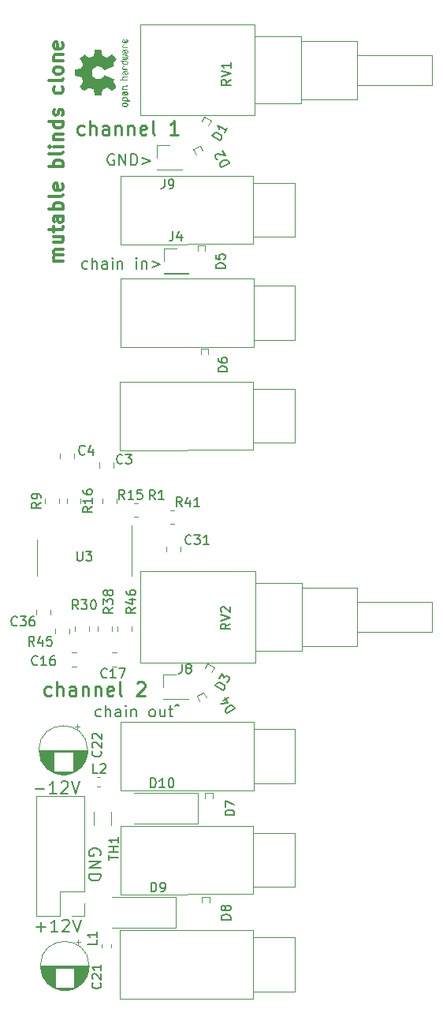
<source format=gbr>
%TF.GenerationSoftware,KiCad,Pcbnew,(6.0.2-0)*%
%TF.CreationDate,2022-07-30T11:22:51+02:00*%
%TF.ProjectId,blindeTaube,626c696e-6465-4546-9175-62652e6b6963,rev?*%
%TF.SameCoordinates,Original*%
%TF.FileFunction,Legend,Top*%
%TF.FilePolarity,Positive*%
%FSLAX46Y46*%
G04 Gerber Fmt 4.6, Leading zero omitted, Abs format (unit mm)*
G04 Created by KiCad (PCBNEW (6.0.2-0)) date 2022-07-30 11:22:51*
%MOMM*%
%LPD*%
G01*
G04 APERTURE LIST*
%ADD10C,0.200000*%
%ADD11C,0.250000*%
%ADD12C,0.300000*%
%ADD13C,0.150000*%
%ADD14C,0.120000*%
G04 APERTURE END LIST*
D10*
X63317857Y-115535714D02*
X63203571Y-115592857D01*
X62975000Y-115592857D01*
X62860714Y-115535714D01*
X62803571Y-115478571D01*
X62746428Y-115364285D01*
X62746428Y-115021428D01*
X62803571Y-114907142D01*
X62860714Y-114850000D01*
X62975000Y-114792857D01*
X63203571Y-114792857D01*
X63317857Y-114850000D01*
X63832142Y-115592857D02*
X63832142Y-114392857D01*
X64346428Y-115592857D02*
X64346428Y-114964285D01*
X64289285Y-114850000D01*
X64175000Y-114792857D01*
X64003571Y-114792857D01*
X63889285Y-114850000D01*
X63832142Y-114907142D01*
X65432142Y-115592857D02*
X65432142Y-114964285D01*
X65375000Y-114850000D01*
X65260714Y-114792857D01*
X65032142Y-114792857D01*
X64917857Y-114850000D01*
X65432142Y-115535714D02*
X65317857Y-115592857D01*
X65032142Y-115592857D01*
X64917857Y-115535714D01*
X64860714Y-115421428D01*
X64860714Y-115307142D01*
X64917857Y-115192857D01*
X65032142Y-115135714D01*
X65317857Y-115135714D01*
X65432142Y-115078571D01*
X66003571Y-115592857D02*
X66003571Y-114792857D01*
X66003571Y-114392857D02*
X65946428Y-114450000D01*
X66003571Y-114507142D01*
X66060714Y-114450000D01*
X66003571Y-114392857D01*
X66003571Y-114507142D01*
X66575000Y-114792857D02*
X66575000Y-115592857D01*
X66575000Y-114907142D02*
X66632142Y-114850000D01*
X66746428Y-114792857D01*
X66917857Y-114792857D01*
X67032142Y-114850000D01*
X67089285Y-114964285D01*
X67089285Y-115592857D01*
X68746428Y-115592857D02*
X68632142Y-115535714D01*
X68575000Y-115478571D01*
X68517857Y-115364285D01*
X68517857Y-115021428D01*
X68575000Y-114907142D01*
X68632142Y-114850000D01*
X68746428Y-114792857D01*
X68917857Y-114792857D01*
X69032142Y-114850000D01*
X69089285Y-114907142D01*
X69146428Y-115021428D01*
X69146428Y-115364285D01*
X69089285Y-115478571D01*
X69032142Y-115535714D01*
X68917857Y-115592857D01*
X68746428Y-115592857D01*
X70175000Y-114792857D02*
X70175000Y-115592857D01*
X69660714Y-114792857D02*
X69660714Y-115421428D01*
X69717857Y-115535714D01*
X69832142Y-115592857D01*
X70003571Y-115592857D01*
X70117857Y-115535714D01*
X70175000Y-115478571D01*
X70575000Y-114792857D02*
X71032142Y-114792857D01*
X70746428Y-114392857D02*
X70746428Y-115421428D01*
X70803571Y-115535714D01*
X70917857Y-115592857D01*
X71032142Y-115592857D01*
X71260714Y-114507142D02*
X71489285Y-114335714D01*
X71717857Y-114507142D01*
D11*
X57971428Y-113307142D02*
X57828571Y-113378571D01*
X57542857Y-113378571D01*
X57400000Y-113307142D01*
X57328571Y-113235714D01*
X57257142Y-113092857D01*
X57257142Y-112664285D01*
X57328571Y-112521428D01*
X57400000Y-112450000D01*
X57542857Y-112378571D01*
X57828571Y-112378571D01*
X57971428Y-112450000D01*
X58614285Y-113378571D02*
X58614285Y-111878571D01*
X59257142Y-113378571D02*
X59257142Y-112592857D01*
X59185714Y-112450000D01*
X59042857Y-112378571D01*
X58828571Y-112378571D01*
X58685714Y-112450000D01*
X58614285Y-112521428D01*
X60614285Y-113378571D02*
X60614285Y-112592857D01*
X60542857Y-112450000D01*
X60400000Y-112378571D01*
X60114285Y-112378571D01*
X59971428Y-112450000D01*
X60614285Y-113307142D02*
X60471428Y-113378571D01*
X60114285Y-113378571D01*
X59971428Y-113307142D01*
X59900000Y-113164285D01*
X59900000Y-113021428D01*
X59971428Y-112878571D01*
X60114285Y-112807142D01*
X60471428Y-112807142D01*
X60614285Y-112735714D01*
X61328571Y-112378571D02*
X61328571Y-113378571D01*
X61328571Y-112521428D02*
X61400000Y-112450000D01*
X61542857Y-112378571D01*
X61757142Y-112378571D01*
X61900000Y-112450000D01*
X61971428Y-112592857D01*
X61971428Y-113378571D01*
X62685714Y-112378571D02*
X62685714Y-113378571D01*
X62685714Y-112521428D02*
X62757142Y-112450000D01*
X62900000Y-112378571D01*
X63114285Y-112378571D01*
X63257142Y-112450000D01*
X63328571Y-112592857D01*
X63328571Y-113378571D01*
X64614285Y-113307142D02*
X64471428Y-113378571D01*
X64185714Y-113378571D01*
X64042857Y-113307142D01*
X63971428Y-113164285D01*
X63971428Y-112592857D01*
X64042857Y-112450000D01*
X64185714Y-112378571D01*
X64471428Y-112378571D01*
X64614285Y-112450000D01*
X64685714Y-112592857D01*
X64685714Y-112735714D01*
X63971428Y-112878571D01*
X65542857Y-113378571D02*
X65400000Y-113307142D01*
X65328571Y-113164285D01*
X65328571Y-111878571D01*
X67185714Y-112021428D02*
X67257142Y-111950000D01*
X67400000Y-111878571D01*
X67757142Y-111878571D01*
X67900000Y-111950000D01*
X67971428Y-112021428D01*
X68042857Y-112164285D01*
X68042857Y-112307142D01*
X67971428Y-112521428D01*
X67114285Y-113378571D01*
X68042857Y-113378571D01*
D10*
X56409523Y-138192857D02*
X57400000Y-138192857D01*
X56904761Y-138688095D02*
X56904761Y-137697619D01*
X58700000Y-138688095D02*
X57957142Y-138688095D01*
X58328571Y-138688095D02*
X58328571Y-137388095D01*
X58204761Y-137573809D01*
X58080952Y-137697619D01*
X57957142Y-137759523D01*
X59195238Y-137511904D02*
X59257142Y-137450000D01*
X59380952Y-137388095D01*
X59690476Y-137388095D01*
X59814285Y-137450000D01*
X59876190Y-137511904D01*
X59938095Y-137635714D01*
X59938095Y-137759523D01*
X59876190Y-137945238D01*
X59133333Y-138688095D01*
X59938095Y-138688095D01*
X60309523Y-137388095D02*
X60742857Y-138688095D01*
X61176190Y-137388095D01*
X64717857Y-55275000D02*
X64603571Y-55217857D01*
X64432142Y-55217857D01*
X64260714Y-55275000D01*
X64146428Y-55389285D01*
X64089285Y-55503571D01*
X64032142Y-55732142D01*
X64032142Y-55903571D01*
X64089285Y-56132142D01*
X64146428Y-56246428D01*
X64260714Y-56360714D01*
X64432142Y-56417857D01*
X64546428Y-56417857D01*
X64717857Y-56360714D01*
X64775000Y-56303571D01*
X64775000Y-55903571D01*
X64546428Y-55903571D01*
X65289285Y-56417857D02*
X65289285Y-55217857D01*
X65975000Y-56417857D01*
X65975000Y-55217857D01*
X66546428Y-56417857D02*
X66546428Y-55217857D01*
X66832142Y-55217857D01*
X67003571Y-55275000D01*
X67117857Y-55389285D01*
X67175000Y-55503571D01*
X67232142Y-55732142D01*
X67232142Y-55903571D01*
X67175000Y-56132142D01*
X67117857Y-56246428D01*
X67003571Y-56360714D01*
X66832142Y-56417857D01*
X66546428Y-56417857D01*
X67746428Y-55617857D02*
X68660714Y-55960714D01*
X67746428Y-56303571D01*
D11*
X61521428Y-53082142D02*
X61378571Y-53153571D01*
X61092857Y-53153571D01*
X60950000Y-53082142D01*
X60878571Y-53010714D01*
X60807142Y-52867857D01*
X60807142Y-52439285D01*
X60878571Y-52296428D01*
X60950000Y-52225000D01*
X61092857Y-52153571D01*
X61378571Y-52153571D01*
X61521428Y-52225000D01*
X62164285Y-53153571D02*
X62164285Y-51653571D01*
X62807142Y-53153571D02*
X62807142Y-52367857D01*
X62735714Y-52225000D01*
X62592857Y-52153571D01*
X62378571Y-52153571D01*
X62235714Y-52225000D01*
X62164285Y-52296428D01*
X64164285Y-53153571D02*
X64164285Y-52367857D01*
X64092857Y-52225000D01*
X63950000Y-52153571D01*
X63664285Y-52153571D01*
X63521428Y-52225000D01*
X64164285Y-53082142D02*
X64021428Y-53153571D01*
X63664285Y-53153571D01*
X63521428Y-53082142D01*
X63450000Y-52939285D01*
X63450000Y-52796428D01*
X63521428Y-52653571D01*
X63664285Y-52582142D01*
X64021428Y-52582142D01*
X64164285Y-52510714D01*
X64878571Y-52153571D02*
X64878571Y-53153571D01*
X64878571Y-52296428D02*
X64950000Y-52225000D01*
X65092857Y-52153571D01*
X65307142Y-52153571D01*
X65450000Y-52225000D01*
X65521428Y-52367857D01*
X65521428Y-53153571D01*
X66235714Y-52153571D02*
X66235714Y-53153571D01*
X66235714Y-52296428D02*
X66307142Y-52225000D01*
X66450000Y-52153571D01*
X66664285Y-52153571D01*
X66807142Y-52225000D01*
X66878571Y-52367857D01*
X66878571Y-53153571D01*
X68164285Y-53082142D02*
X68021428Y-53153571D01*
X67735714Y-53153571D01*
X67592857Y-53082142D01*
X67521428Y-52939285D01*
X67521428Y-52367857D01*
X67592857Y-52225000D01*
X67735714Y-52153571D01*
X68021428Y-52153571D01*
X68164285Y-52225000D01*
X68235714Y-52367857D01*
X68235714Y-52510714D01*
X67521428Y-52653571D01*
X69092857Y-53153571D02*
X68950000Y-53082142D01*
X68878571Y-52939285D01*
X68878571Y-51653571D01*
X71592857Y-53153571D02*
X70735714Y-53153571D01*
X71164285Y-53153571D02*
X71164285Y-51653571D01*
X71021428Y-51867857D01*
X70878571Y-52010714D01*
X70735714Y-52082142D01*
D10*
X61867857Y-67485714D02*
X61753571Y-67542857D01*
X61525000Y-67542857D01*
X61410714Y-67485714D01*
X61353571Y-67428571D01*
X61296428Y-67314285D01*
X61296428Y-66971428D01*
X61353571Y-66857142D01*
X61410714Y-66800000D01*
X61525000Y-66742857D01*
X61753571Y-66742857D01*
X61867857Y-66800000D01*
X62382142Y-67542857D02*
X62382142Y-66342857D01*
X62896428Y-67542857D02*
X62896428Y-66914285D01*
X62839285Y-66800000D01*
X62725000Y-66742857D01*
X62553571Y-66742857D01*
X62439285Y-66800000D01*
X62382142Y-66857142D01*
X63982142Y-67542857D02*
X63982142Y-66914285D01*
X63925000Y-66800000D01*
X63810714Y-66742857D01*
X63582142Y-66742857D01*
X63467857Y-66800000D01*
X63982142Y-67485714D02*
X63867857Y-67542857D01*
X63582142Y-67542857D01*
X63467857Y-67485714D01*
X63410714Y-67371428D01*
X63410714Y-67257142D01*
X63467857Y-67142857D01*
X63582142Y-67085714D01*
X63867857Y-67085714D01*
X63982142Y-67028571D01*
X64553571Y-67542857D02*
X64553571Y-66742857D01*
X64553571Y-66342857D02*
X64496428Y-66400000D01*
X64553571Y-66457142D01*
X64610714Y-66400000D01*
X64553571Y-66342857D01*
X64553571Y-66457142D01*
X65125000Y-66742857D02*
X65125000Y-67542857D01*
X65125000Y-66857142D02*
X65182142Y-66800000D01*
X65296428Y-66742857D01*
X65467857Y-66742857D01*
X65582142Y-66800000D01*
X65639285Y-66914285D01*
X65639285Y-67542857D01*
X67125000Y-67542857D02*
X67125000Y-66742857D01*
X67125000Y-66342857D02*
X67067857Y-66400000D01*
X67125000Y-66457142D01*
X67182142Y-66400000D01*
X67125000Y-66342857D01*
X67125000Y-66457142D01*
X67696428Y-66742857D02*
X67696428Y-67542857D01*
X67696428Y-66857142D02*
X67753571Y-66800000D01*
X67867857Y-66742857D01*
X68039285Y-66742857D01*
X68153571Y-66800000D01*
X68210714Y-66914285D01*
X68210714Y-67542857D01*
X68782142Y-66742857D02*
X69696428Y-67085714D01*
X68782142Y-67428571D01*
X56259523Y-123342857D02*
X57250000Y-123342857D01*
X58550000Y-123838095D02*
X57807142Y-123838095D01*
X58178571Y-123838095D02*
X58178571Y-122538095D01*
X58054761Y-122723809D01*
X57930952Y-122847619D01*
X57807142Y-122909523D01*
X59045238Y-122661904D02*
X59107142Y-122600000D01*
X59230952Y-122538095D01*
X59540476Y-122538095D01*
X59664285Y-122600000D01*
X59726190Y-122661904D01*
X59788095Y-122785714D01*
X59788095Y-122909523D01*
X59726190Y-123095238D01*
X58983333Y-123838095D01*
X59788095Y-123838095D01*
X60159523Y-122538095D02*
X60592857Y-123838095D01*
X61026190Y-122538095D01*
D12*
X59228571Y-66714285D02*
X58228571Y-66714285D01*
X58371428Y-66714285D02*
X58300000Y-66642857D01*
X58228571Y-66499999D01*
X58228571Y-66285714D01*
X58300000Y-66142857D01*
X58442857Y-66071428D01*
X59228571Y-66071428D01*
X58442857Y-66071428D02*
X58300000Y-65999999D01*
X58228571Y-65857142D01*
X58228571Y-65642857D01*
X58300000Y-65499999D01*
X58442857Y-65428571D01*
X59228571Y-65428571D01*
X58228571Y-64071428D02*
X59228571Y-64071428D01*
X58228571Y-64714285D02*
X59014285Y-64714285D01*
X59157142Y-64642857D01*
X59228571Y-64499999D01*
X59228571Y-64285714D01*
X59157142Y-64142857D01*
X59085714Y-64071428D01*
X58228571Y-63571428D02*
X58228571Y-62999999D01*
X57728571Y-63357142D02*
X59014285Y-63357142D01*
X59157142Y-63285714D01*
X59228571Y-63142857D01*
X59228571Y-62999999D01*
X59228571Y-61857142D02*
X58442857Y-61857142D01*
X58300000Y-61928571D01*
X58228571Y-62071428D01*
X58228571Y-62357142D01*
X58300000Y-62499999D01*
X59157142Y-61857142D02*
X59228571Y-61999999D01*
X59228571Y-62357142D01*
X59157142Y-62499999D01*
X59014285Y-62571428D01*
X58871428Y-62571428D01*
X58728571Y-62499999D01*
X58657142Y-62357142D01*
X58657142Y-61999999D01*
X58585714Y-61857142D01*
X59228571Y-61142857D02*
X57728571Y-61142857D01*
X58300000Y-61142857D02*
X58228571Y-60999999D01*
X58228571Y-60714285D01*
X58300000Y-60571428D01*
X58371428Y-60499999D01*
X58514285Y-60428571D01*
X58942857Y-60428571D01*
X59085714Y-60499999D01*
X59157142Y-60571428D01*
X59228571Y-60714285D01*
X59228571Y-60999999D01*
X59157142Y-61142857D01*
X59228571Y-59571428D02*
X59157142Y-59714285D01*
X59014285Y-59785714D01*
X57728571Y-59785714D01*
X59157142Y-58428571D02*
X59228571Y-58571428D01*
X59228571Y-58857142D01*
X59157142Y-58999999D01*
X59014285Y-59071428D01*
X58442857Y-59071428D01*
X58300000Y-58999999D01*
X58228571Y-58857142D01*
X58228571Y-58571428D01*
X58300000Y-58428571D01*
X58442857Y-58357142D01*
X58585714Y-58357142D01*
X58728571Y-59071428D01*
X59228571Y-56571428D02*
X57728571Y-56571428D01*
X58300000Y-56571428D02*
X58228571Y-56428571D01*
X58228571Y-56142857D01*
X58300000Y-56000000D01*
X58371428Y-55928571D01*
X58514285Y-55857142D01*
X58942857Y-55857142D01*
X59085714Y-55928571D01*
X59157142Y-56000000D01*
X59228571Y-56142857D01*
X59228571Y-56428571D01*
X59157142Y-56571428D01*
X59228571Y-55000000D02*
X59157142Y-55142857D01*
X59014285Y-55214285D01*
X57728571Y-55214285D01*
X59228571Y-54428571D02*
X58228571Y-54428571D01*
X57728571Y-54428571D02*
X57800000Y-54500000D01*
X57871428Y-54428571D01*
X57800000Y-54357142D01*
X57728571Y-54428571D01*
X57871428Y-54428571D01*
X58228571Y-53714285D02*
X59228571Y-53714285D01*
X58371428Y-53714285D02*
X58300000Y-53642857D01*
X58228571Y-53500000D01*
X58228571Y-53285714D01*
X58300000Y-53142857D01*
X58442857Y-53071428D01*
X59228571Y-53071428D01*
X59228571Y-51714285D02*
X57728571Y-51714285D01*
X59157142Y-51714285D02*
X59228571Y-51857142D01*
X59228571Y-52142857D01*
X59157142Y-52285714D01*
X59085714Y-52357142D01*
X58942857Y-52428571D01*
X58514285Y-52428571D01*
X58371428Y-52357142D01*
X58300000Y-52285714D01*
X58228571Y-52142857D01*
X58228571Y-51857142D01*
X58300000Y-51714285D01*
X59157142Y-51071428D02*
X59228571Y-50928571D01*
X59228571Y-50642857D01*
X59157142Y-50500000D01*
X59014285Y-50428571D01*
X58942857Y-50428571D01*
X58800000Y-50500000D01*
X58728571Y-50642857D01*
X58728571Y-50857142D01*
X58657142Y-51000000D01*
X58514285Y-51071428D01*
X58442857Y-51071428D01*
X58300000Y-51000000D01*
X58228571Y-50857142D01*
X58228571Y-50642857D01*
X58300000Y-50500000D01*
X59157142Y-48000000D02*
X59228571Y-48142857D01*
X59228571Y-48428571D01*
X59157142Y-48571428D01*
X59085714Y-48642857D01*
X58942857Y-48714285D01*
X58514285Y-48714285D01*
X58371428Y-48642857D01*
X58300000Y-48571428D01*
X58228571Y-48428571D01*
X58228571Y-48142857D01*
X58300000Y-48000000D01*
X59228571Y-47142857D02*
X59157142Y-47285714D01*
X59014285Y-47357142D01*
X57728571Y-47357142D01*
X59228571Y-46357142D02*
X59157142Y-46500000D01*
X59085714Y-46571428D01*
X58942857Y-46642857D01*
X58514285Y-46642857D01*
X58371428Y-46571428D01*
X58300000Y-46500000D01*
X58228571Y-46357142D01*
X58228571Y-46142857D01*
X58300000Y-46000000D01*
X58371428Y-45928571D01*
X58514285Y-45857142D01*
X58942857Y-45857142D01*
X59085714Y-45928571D01*
X59157142Y-46000000D01*
X59228571Y-46142857D01*
X59228571Y-46357142D01*
X58228571Y-45214285D02*
X59228571Y-45214285D01*
X58371428Y-45214285D02*
X58300000Y-45142857D01*
X58228571Y-45000000D01*
X58228571Y-44785714D01*
X58300000Y-44642857D01*
X58442857Y-44571428D01*
X59228571Y-44571428D01*
X59157142Y-43285714D02*
X59228571Y-43428571D01*
X59228571Y-43714285D01*
X59157142Y-43857142D01*
X59014285Y-43928571D01*
X58442857Y-43928571D01*
X58300000Y-43857142D01*
X58228571Y-43714285D01*
X58228571Y-43428571D01*
X58300000Y-43285714D01*
X58442857Y-43214285D01*
X58585714Y-43214285D01*
X58728571Y-43928571D01*
D10*
X63250000Y-130484523D02*
X63311904Y-130360714D01*
X63311904Y-130175000D01*
X63250000Y-129989285D01*
X63126190Y-129865476D01*
X63002380Y-129803571D01*
X62754761Y-129741666D01*
X62569047Y-129741666D01*
X62321428Y-129803571D01*
X62197619Y-129865476D01*
X62073809Y-129989285D01*
X62011904Y-130175000D01*
X62011904Y-130298809D01*
X62073809Y-130484523D01*
X62135714Y-130546428D01*
X62569047Y-130546428D01*
X62569047Y-130298809D01*
X62011904Y-131103571D02*
X63311904Y-131103571D01*
X62011904Y-131846428D01*
X63311904Y-131846428D01*
X62011904Y-132465476D02*
X63311904Y-132465476D01*
X63311904Y-132775000D01*
X63250000Y-132960714D01*
X63126190Y-133084523D01*
X63002380Y-133146428D01*
X62754761Y-133208333D01*
X62569047Y-133208333D01*
X62321428Y-133146428D01*
X62197619Y-133084523D01*
X62073809Y-132960714D01*
X62011904Y-132775000D01*
X62011904Y-132465476D01*
D13*
%TO.C,C4*%
X61583333Y-87407142D02*
X61535714Y-87454761D01*
X61392857Y-87502380D01*
X61297619Y-87502380D01*
X61154761Y-87454761D01*
X61059523Y-87359523D01*
X61011904Y-87264285D01*
X60964285Y-87073809D01*
X60964285Y-86930952D01*
X61011904Y-86740476D01*
X61059523Y-86645238D01*
X61154761Y-86550000D01*
X61297619Y-86502380D01*
X61392857Y-86502380D01*
X61535714Y-86550000D01*
X61583333Y-86597619D01*
X62440476Y-86835714D02*
X62440476Y-87502380D01*
X62202380Y-86454761D02*
X61964285Y-87169047D01*
X62583333Y-87169047D01*
%TO.C,C3*%
X65633333Y-88357142D02*
X65585714Y-88404761D01*
X65442857Y-88452380D01*
X65347619Y-88452380D01*
X65204761Y-88404761D01*
X65109523Y-88309523D01*
X65061904Y-88214285D01*
X65014285Y-88023809D01*
X65014285Y-87880952D01*
X65061904Y-87690476D01*
X65109523Y-87595238D01*
X65204761Y-87500000D01*
X65347619Y-87452380D01*
X65442857Y-87452380D01*
X65585714Y-87500000D01*
X65633333Y-87547619D01*
X65966666Y-87452380D02*
X66585714Y-87452380D01*
X66252380Y-87833333D01*
X66395238Y-87833333D01*
X66490476Y-87880952D01*
X66538095Y-87928571D01*
X66585714Y-88023809D01*
X66585714Y-88261904D01*
X66538095Y-88357142D01*
X66490476Y-88404761D01*
X66395238Y-88452380D01*
X66109523Y-88452380D01*
X66014285Y-88404761D01*
X65966666Y-88357142D01*
%TO.C,R46*%
X67027380Y-103892857D02*
X66551190Y-104226190D01*
X67027380Y-104464285D02*
X66027380Y-104464285D01*
X66027380Y-104083333D01*
X66075000Y-103988095D01*
X66122619Y-103940476D01*
X66217857Y-103892857D01*
X66360714Y-103892857D01*
X66455952Y-103940476D01*
X66503571Y-103988095D01*
X66551190Y-104083333D01*
X66551190Y-104464285D01*
X66360714Y-103035714D02*
X67027380Y-103035714D01*
X65979761Y-103273809D02*
X66694047Y-103511904D01*
X66694047Y-102892857D01*
X66027380Y-102083333D02*
X66027380Y-102273809D01*
X66075000Y-102369047D01*
X66122619Y-102416666D01*
X66265476Y-102511904D01*
X66455952Y-102559523D01*
X66836904Y-102559523D01*
X66932142Y-102511904D01*
X66979761Y-102464285D01*
X67027380Y-102369047D01*
X67027380Y-102178571D01*
X66979761Y-102083333D01*
X66932142Y-102035714D01*
X66836904Y-101988095D01*
X66598809Y-101988095D01*
X66503571Y-102035714D01*
X66455952Y-102083333D01*
X66408333Y-102178571D01*
X66408333Y-102369047D01*
X66455952Y-102464285D01*
X66503571Y-102511904D01*
X66598809Y-102559523D01*
%TO.C,D6*%
X76902380Y-78588095D02*
X75902380Y-78588095D01*
X75902380Y-78350000D01*
X75950000Y-78207142D01*
X76045238Y-78111904D01*
X76140476Y-78064285D01*
X76330952Y-78016666D01*
X76473809Y-78016666D01*
X76664285Y-78064285D01*
X76759523Y-78111904D01*
X76854761Y-78207142D01*
X76902380Y-78350000D01*
X76902380Y-78588095D01*
X75902380Y-77159523D02*
X75902380Y-77350000D01*
X75950000Y-77445238D01*
X75997619Y-77492857D01*
X76140476Y-77588095D01*
X76330952Y-77635714D01*
X76711904Y-77635714D01*
X76807142Y-77588095D01*
X76854761Y-77540476D01*
X76902380Y-77445238D01*
X76902380Y-77254761D01*
X76854761Y-77159523D01*
X76807142Y-77111904D01*
X76711904Y-77064285D01*
X76473809Y-77064285D01*
X76378571Y-77111904D01*
X76330952Y-77159523D01*
X76283333Y-77254761D01*
X76283333Y-77445238D01*
X76330952Y-77540476D01*
X76378571Y-77588095D01*
X76473809Y-77635714D01*
%TO.C,J4*%
X71041666Y-63527380D02*
X71041666Y-64241666D01*
X70994047Y-64384523D01*
X70898809Y-64479761D01*
X70755952Y-64527380D01*
X70660714Y-64527380D01*
X71946428Y-63860714D02*
X71946428Y-64527380D01*
X71708333Y-63479761D02*
X71470238Y-64194047D01*
X72089285Y-64194047D01*
%TO.C,D3*%
X76455225Y-112775096D02*
X75589200Y-112275096D01*
X75708247Y-112068900D01*
X75820915Y-111968991D01*
X75951013Y-111934132D01*
X76057301Y-111940511D01*
X76246068Y-111994510D01*
X76369786Y-112065939D01*
X76510934Y-112202416D01*
X76569603Y-112291275D01*
X76604462Y-112421372D01*
X76574273Y-112568900D01*
X76455225Y-112775096D01*
X76041581Y-111491549D02*
X76351105Y-110955438D01*
X76514352Y-111434590D01*
X76585781Y-111310872D01*
X76674639Y-111252203D01*
X76739688Y-111234773D01*
X76845976Y-111241153D01*
X77052173Y-111360200D01*
X77110842Y-111449059D01*
X77128272Y-111514108D01*
X77121892Y-111620396D01*
X76979035Y-111867831D01*
X76890176Y-111926501D01*
X76825128Y-111943930D01*
%TO.C,U3*%
X60758095Y-97867380D02*
X60758095Y-98676904D01*
X60805714Y-98772142D01*
X60853333Y-98819761D01*
X60948571Y-98867380D01*
X61139047Y-98867380D01*
X61234285Y-98819761D01*
X61281904Y-98772142D01*
X61329523Y-98676904D01*
X61329523Y-97867380D01*
X61710476Y-97867380D02*
X62329523Y-97867380D01*
X61996190Y-98248333D01*
X62139047Y-98248333D01*
X62234285Y-98295952D01*
X62281904Y-98343571D01*
X62329523Y-98438809D01*
X62329523Y-98676904D01*
X62281904Y-98772142D01*
X62234285Y-98819761D01*
X62139047Y-98867380D01*
X61853333Y-98867380D01*
X61758095Y-98819761D01*
X61710476Y-98772142D01*
%TO.C,D10*%
X68660714Y-123202380D02*
X68660714Y-122202380D01*
X68898809Y-122202380D01*
X69041666Y-122250000D01*
X69136904Y-122345238D01*
X69184523Y-122440476D01*
X69232142Y-122630952D01*
X69232142Y-122773809D01*
X69184523Y-122964285D01*
X69136904Y-123059523D01*
X69041666Y-123154761D01*
X68898809Y-123202380D01*
X68660714Y-123202380D01*
X70184523Y-123202380D02*
X69613095Y-123202380D01*
X69898809Y-123202380D02*
X69898809Y-122202380D01*
X69803571Y-122345238D01*
X69708333Y-122440476D01*
X69613095Y-122488095D01*
X70803571Y-122202380D02*
X70898809Y-122202380D01*
X70994047Y-122250000D01*
X71041666Y-122297619D01*
X71089285Y-122392857D01*
X71136904Y-122583333D01*
X71136904Y-122821428D01*
X71089285Y-123011904D01*
X71041666Y-123107142D01*
X70994047Y-123154761D01*
X70898809Y-123202380D01*
X70803571Y-123202380D01*
X70708333Y-123154761D01*
X70660714Y-123107142D01*
X70613095Y-123011904D01*
X70565476Y-122821428D01*
X70565476Y-122583333D01*
X70613095Y-122392857D01*
X70660714Y-122297619D01*
X70708333Y-122250000D01*
X70803571Y-122202380D01*
%TO.C,C17*%
X63957142Y-111332142D02*
X63909523Y-111379761D01*
X63766666Y-111427380D01*
X63671428Y-111427380D01*
X63528571Y-111379761D01*
X63433333Y-111284523D01*
X63385714Y-111189285D01*
X63338095Y-110998809D01*
X63338095Y-110855952D01*
X63385714Y-110665476D01*
X63433333Y-110570238D01*
X63528571Y-110475000D01*
X63671428Y-110427380D01*
X63766666Y-110427380D01*
X63909523Y-110475000D01*
X63957142Y-110522619D01*
X64909523Y-111427380D02*
X64338095Y-111427380D01*
X64623809Y-111427380D02*
X64623809Y-110427380D01*
X64528571Y-110570238D01*
X64433333Y-110665476D01*
X64338095Y-110713095D01*
X65242857Y-110427380D02*
X65909523Y-110427380D01*
X65480952Y-111427380D01*
%TO.C,R16*%
X62371380Y-93086857D02*
X61895190Y-93420190D01*
X62371380Y-93658285D02*
X61371380Y-93658285D01*
X61371380Y-93277333D01*
X61419000Y-93182095D01*
X61466619Y-93134476D01*
X61561857Y-93086857D01*
X61704714Y-93086857D01*
X61799952Y-93134476D01*
X61847571Y-93182095D01*
X61895190Y-93277333D01*
X61895190Y-93658285D01*
X62371380Y-92134476D02*
X62371380Y-92705904D01*
X62371380Y-92420190D02*
X61371380Y-92420190D01*
X61514238Y-92515428D01*
X61609476Y-92610666D01*
X61657095Y-92705904D01*
X61371380Y-91277333D02*
X61371380Y-91467809D01*
X61419000Y-91563047D01*
X61466619Y-91610666D01*
X61609476Y-91705904D01*
X61799952Y-91753523D01*
X62180904Y-91753523D01*
X62276142Y-91705904D01*
X62323761Y-91658285D01*
X62371380Y-91563047D01*
X62371380Y-91372571D01*
X62323761Y-91277333D01*
X62276142Y-91229714D01*
X62180904Y-91182095D01*
X61942809Y-91182095D01*
X61847571Y-91229714D01*
X61799952Y-91277333D01*
X61752333Y-91372571D01*
X61752333Y-91563047D01*
X61799952Y-91658285D01*
X61847571Y-91705904D01*
X61942809Y-91753523D01*
%TO.C,C22*%
X63282142Y-119292857D02*
X63329761Y-119340476D01*
X63377380Y-119483333D01*
X63377380Y-119578571D01*
X63329761Y-119721428D01*
X63234523Y-119816666D01*
X63139285Y-119864285D01*
X62948809Y-119911904D01*
X62805952Y-119911904D01*
X62615476Y-119864285D01*
X62520238Y-119816666D01*
X62425000Y-119721428D01*
X62377380Y-119578571D01*
X62377380Y-119483333D01*
X62425000Y-119340476D01*
X62472619Y-119292857D01*
X62472619Y-118911904D02*
X62425000Y-118864285D01*
X62377380Y-118769047D01*
X62377380Y-118530952D01*
X62425000Y-118435714D01*
X62472619Y-118388095D01*
X62567857Y-118340476D01*
X62663095Y-118340476D01*
X62805952Y-118388095D01*
X63377380Y-118959523D01*
X63377380Y-118340476D01*
X62472619Y-117959523D02*
X62425000Y-117911904D01*
X62377380Y-117816666D01*
X62377380Y-117578571D01*
X62425000Y-117483333D01*
X62472619Y-117435714D01*
X62567857Y-117388095D01*
X62663095Y-117388095D01*
X62805952Y-117435714D01*
X63377380Y-118007142D01*
X63377380Y-117388095D01*
%TO.C,R45*%
X56157142Y-108002380D02*
X55823809Y-107526190D01*
X55585714Y-108002380D02*
X55585714Y-107002380D01*
X55966666Y-107002380D01*
X56061904Y-107050000D01*
X56109523Y-107097619D01*
X56157142Y-107192857D01*
X56157142Y-107335714D01*
X56109523Y-107430952D01*
X56061904Y-107478571D01*
X55966666Y-107526190D01*
X55585714Y-107526190D01*
X57014285Y-107335714D02*
X57014285Y-108002380D01*
X56776190Y-106954761D02*
X56538095Y-107669047D01*
X57157142Y-107669047D01*
X58014285Y-107002380D02*
X57538095Y-107002380D01*
X57490476Y-107478571D01*
X57538095Y-107430952D01*
X57633333Y-107383333D01*
X57871428Y-107383333D01*
X57966666Y-107430952D01*
X58014285Y-107478571D01*
X58061904Y-107573809D01*
X58061904Y-107811904D01*
X58014285Y-107907142D01*
X57966666Y-107954761D01*
X57871428Y-108002380D01*
X57633333Y-108002380D01*
X57538095Y-107954761D01*
X57490476Y-107907142D01*
%TO.C,R9*%
X56877380Y-92616666D02*
X56401190Y-92950000D01*
X56877380Y-93188095D02*
X55877380Y-93188095D01*
X55877380Y-92807142D01*
X55925000Y-92711904D01*
X55972619Y-92664285D01*
X56067857Y-92616666D01*
X56210714Y-92616666D01*
X56305952Y-92664285D01*
X56353571Y-92711904D01*
X56401190Y-92807142D01*
X56401190Y-93188095D01*
X56877380Y-92140476D02*
X56877380Y-91950000D01*
X56829761Y-91854761D01*
X56782142Y-91807142D01*
X56639285Y-91711904D01*
X56448809Y-91664285D01*
X56067857Y-91664285D01*
X55972619Y-91711904D01*
X55925000Y-91759523D01*
X55877380Y-91854761D01*
X55877380Y-92045238D01*
X55925000Y-92140476D01*
X55972619Y-92188095D01*
X56067857Y-92235714D01*
X56305952Y-92235714D01*
X56401190Y-92188095D01*
X56448809Y-92140476D01*
X56496428Y-92045238D01*
X56496428Y-91854761D01*
X56448809Y-91759523D01*
X56401190Y-91711904D01*
X56305952Y-91664285D01*
%TO.C,C31*%
X73007142Y-97007142D02*
X72959523Y-97054761D01*
X72816666Y-97102380D01*
X72721428Y-97102380D01*
X72578571Y-97054761D01*
X72483333Y-96959523D01*
X72435714Y-96864285D01*
X72388095Y-96673809D01*
X72388095Y-96530952D01*
X72435714Y-96340476D01*
X72483333Y-96245238D01*
X72578571Y-96150000D01*
X72721428Y-96102380D01*
X72816666Y-96102380D01*
X72959523Y-96150000D01*
X73007142Y-96197619D01*
X73340476Y-96102380D02*
X73959523Y-96102380D01*
X73626190Y-96483333D01*
X73769047Y-96483333D01*
X73864285Y-96530952D01*
X73911904Y-96578571D01*
X73959523Y-96673809D01*
X73959523Y-96911904D01*
X73911904Y-97007142D01*
X73864285Y-97054761D01*
X73769047Y-97102380D01*
X73483333Y-97102380D01*
X73388095Y-97054761D01*
X73340476Y-97007142D01*
X74911904Y-97102380D02*
X74340476Y-97102380D01*
X74626190Y-97102380D02*
X74626190Y-96102380D01*
X74530952Y-96245238D01*
X74435714Y-96340476D01*
X74340476Y-96388095D01*
%TO.C,D5*%
X76652380Y-67488095D02*
X75652380Y-67488095D01*
X75652380Y-67250000D01*
X75700000Y-67107142D01*
X75795238Y-67011904D01*
X75890476Y-66964285D01*
X76080952Y-66916666D01*
X76223809Y-66916666D01*
X76414285Y-66964285D01*
X76509523Y-67011904D01*
X76604761Y-67107142D01*
X76652380Y-67250000D01*
X76652380Y-67488095D01*
X75652380Y-66011904D02*
X75652380Y-66488095D01*
X76128571Y-66535714D01*
X76080952Y-66488095D01*
X76033333Y-66392857D01*
X76033333Y-66154761D01*
X76080952Y-66059523D01*
X76128571Y-66011904D01*
X76223809Y-65964285D01*
X76461904Y-65964285D01*
X76557142Y-66011904D01*
X76604761Y-66059523D01*
X76652380Y-66154761D01*
X76652380Y-66392857D01*
X76604761Y-66488095D01*
X76557142Y-66535714D01*
%TO.C,L2*%
X62983333Y-121674380D02*
X62507142Y-121674380D01*
X62507142Y-120674380D01*
X63269047Y-120769619D02*
X63316666Y-120722000D01*
X63411904Y-120674380D01*
X63650000Y-120674380D01*
X63745238Y-120722000D01*
X63792857Y-120769619D01*
X63840476Y-120864857D01*
X63840476Y-120960095D01*
X63792857Y-121102952D01*
X63221428Y-121674380D01*
X63840476Y-121674380D01*
%TO.C,L1*%
X62852380Y-139566666D02*
X62852380Y-140042857D01*
X61852380Y-140042857D01*
X62852380Y-138709523D02*
X62852380Y-139280952D01*
X62852380Y-138995238D02*
X61852380Y-138995238D01*
X61995238Y-139090476D01*
X62090476Y-139185714D01*
X62138095Y-139280952D01*
%TO.C,R41*%
X72007142Y-93052380D02*
X71673809Y-92576190D01*
X71435714Y-93052380D02*
X71435714Y-92052380D01*
X71816666Y-92052380D01*
X71911904Y-92100000D01*
X71959523Y-92147619D01*
X72007142Y-92242857D01*
X72007142Y-92385714D01*
X71959523Y-92480952D01*
X71911904Y-92528571D01*
X71816666Y-92576190D01*
X71435714Y-92576190D01*
X72864285Y-92385714D02*
X72864285Y-93052380D01*
X72626190Y-92004761D02*
X72388095Y-92719047D01*
X73007142Y-92719047D01*
X73911904Y-93052380D02*
X73340476Y-93052380D01*
X73626190Y-93052380D02*
X73626190Y-92052380D01*
X73530952Y-92195238D01*
X73435714Y-92290476D01*
X73340476Y-92338095D01*
%TO.C,C21*%
X63257142Y-144142857D02*
X63304761Y-144190476D01*
X63352380Y-144333333D01*
X63352380Y-144428571D01*
X63304761Y-144571428D01*
X63209523Y-144666666D01*
X63114285Y-144714285D01*
X62923809Y-144761904D01*
X62780952Y-144761904D01*
X62590476Y-144714285D01*
X62495238Y-144666666D01*
X62400000Y-144571428D01*
X62352380Y-144428571D01*
X62352380Y-144333333D01*
X62400000Y-144190476D01*
X62447619Y-144142857D01*
X62447619Y-143761904D02*
X62400000Y-143714285D01*
X62352380Y-143619047D01*
X62352380Y-143380952D01*
X62400000Y-143285714D01*
X62447619Y-143238095D01*
X62542857Y-143190476D01*
X62638095Y-143190476D01*
X62780952Y-143238095D01*
X63352380Y-143809523D01*
X63352380Y-143190476D01*
X63352380Y-142238095D02*
X63352380Y-142809523D01*
X63352380Y-142523809D02*
X62352380Y-142523809D01*
X62495238Y-142619047D01*
X62590476Y-142714285D01*
X62638095Y-142809523D01*
%TO.C,D2*%
X77110821Y-56180518D02*
X76244795Y-56680518D01*
X76125747Y-56474322D01*
X76095558Y-56326794D01*
X76130418Y-56196697D01*
X76189087Y-56107838D01*
X76330235Y-55971361D01*
X76453952Y-55899932D01*
X76642719Y-55845934D01*
X76749007Y-55839554D01*
X76879105Y-55874413D01*
X76991773Y-55974322D01*
X77110821Y-56180518D01*
X75851083Y-55808113D02*
X75786034Y-55790683D01*
X75697176Y-55732014D01*
X75578128Y-55525818D01*
X75571749Y-55419530D01*
X75589178Y-55354481D01*
X75647848Y-55265622D01*
X75730326Y-55218003D01*
X75877854Y-55187814D01*
X76658440Y-55396971D01*
X76348916Y-54860860D01*
%TO.C,RV1*%
X77252380Y-47220238D02*
X76776190Y-47553571D01*
X77252380Y-47791666D02*
X76252380Y-47791666D01*
X76252380Y-47410714D01*
X76300000Y-47315476D01*
X76347619Y-47267857D01*
X76442857Y-47220238D01*
X76585714Y-47220238D01*
X76680952Y-47267857D01*
X76728571Y-47315476D01*
X76776190Y-47410714D01*
X76776190Y-47791666D01*
X76252380Y-46934523D02*
X77252380Y-46601190D01*
X76252380Y-46267857D01*
X77252380Y-45410714D02*
X77252380Y-45982142D01*
X77252380Y-45696428D02*
X76252380Y-45696428D01*
X76395238Y-45791666D01*
X76490476Y-45886904D01*
X76538095Y-45982142D01*
%TO.C,D4*%
X77719031Y-114755517D02*
X76853005Y-115255517D01*
X76733957Y-115049321D01*
X76703768Y-114901793D01*
X76738628Y-114771696D01*
X76797297Y-114682837D01*
X76938445Y-114546360D01*
X77062162Y-114474931D01*
X77250929Y-114420933D01*
X77357217Y-114414553D01*
X77487315Y-114449412D01*
X77599983Y-114549321D01*
X77719031Y-114755517D01*
X76427395Y-113851671D02*
X77004745Y-113518338D01*
X76216528Y-114248344D02*
X76954165Y-114097398D01*
X76644641Y-113561287D01*
%TO.C,J9*%
X70141666Y-57927380D02*
X70141666Y-58641666D01*
X70094047Y-58784523D01*
X69998809Y-58879761D01*
X69855952Y-58927380D01*
X69760714Y-58927380D01*
X70665476Y-58927380D02*
X70855952Y-58927380D01*
X70951190Y-58879761D01*
X70998809Y-58832142D01*
X71094047Y-58689285D01*
X71141666Y-58498809D01*
X71141666Y-58117857D01*
X71094047Y-58022619D01*
X71046428Y-57975000D01*
X70951190Y-57927380D01*
X70760714Y-57927380D01*
X70665476Y-57975000D01*
X70617857Y-58022619D01*
X70570238Y-58117857D01*
X70570238Y-58355952D01*
X70617857Y-58451190D01*
X70665476Y-58498809D01*
X70760714Y-58546428D01*
X70951190Y-58546428D01*
X71046428Y-58498809D01*
X71094047Y-58451190D01*
X71141666Y-58355952D01*
%TO.C,D7*%
X77652380Y-126188095D02*
X76652380Y-126188095D01*
X76652380Y-125950000D01*
X76700000Y-125807142D01*
X76795238Y-125711904D01*
X76890476Y-125664285D01*
X77080952Y-125616666D01*
X77223809Y-125616666D01*
X77414285Y-125664285D01*
X77509523Y-125711904D01*
X77604761Y-125807142D01*
X77652380Y-125950000D01*
X77652380Y-126188095D01*
X76652380Y-125283333D02*
X76652380Y-124616666D01*
X77652380Y-125045238D01*
%TO.C,J8*%
X72016666Y-109952380D02*
X72016666Y-110666666D01*
X71969047Y-110809523D01*
X71873809Y-110904761D01*
X71730952Y-110952380D01*
X71635714Y-110952380D01*
X72635714Y-110380952D02*
X72540476Y-110333333D01*
X72492857Y-110285714D01*
X72445238Y-110190476D01*
X72445238Y-110142857D01*
X72492857Y-110047619D01*
X72540476Y-110000000D01*
X72635714Y-109952380D01*
X72826190Y-109952380D01*
X72921428Y-110000000D01*
X72969047Y-110047619D01*
X73016666Y-110142857D01*
X73016666Y-110190476D01*
X72969047Y-110285714D01*
X72921428Y-110333333D01*
X72826190Y-110380952D01*
X72635714Y-110380952D01*
X72540476Y-110428571D01*
X72492857Y-110476190D01*
X72445238Y-110571428D01*
X72445238Y-110761904D01*
X72492857Y-110857142D01*
X72540476Y-110904761D01*
X72635714Y-110952380D01*
X72826190Y-110952380D01*
X72921428Y-110904761D01*
X72969047Y-110857142D01*
X73016666Y-110761904D01*
X73016666Y-110571428D01*
X72969047Y-110476190D01*
X72921428Y-110428571D01*
X72826190Y-110380952D01*
%TO.C,RV2*%
X77202380Y-105620238D02*
X76726190Y-105953571D01*
X77202380Y-106191666D02*
X76202380Y-106191666D01*
X76202380Y-105810714D01*
X76250000Y-105715476D01*
X76297619Y-105667857D01*
X76392857Y-105620238D01*
X76535714Y-105620238D01*
X76630952Y-105667857D01*
X76678571Y-105715476D01*
X76726190Y-105810714D01*
X76726190Y-106191666D01*
X76202380Y-105334523D02*
X77202380Y-105001190D01*
X76202380Y-104667857D01*
X76297619Y-104382142D02*
X76250000Y-104334523D01*
X76202380Y-104239285D01*
X76202380Y-104001190D01*
X76250000Y-103905952D01*
X76297619Y-103858333D01*
X76392857Y-103810714D01*
X76488095Y-103810714D01*
X76630952Y-103858333D01*
X77202380Y-104429761D01*
X77202380Y-103810714D01*
%TO.C,R30*%
X60882142Y-104077380D02*
X60548809Y-103601190D01*
X60310714Y-104077380D02*
X60310714Y-103077380D01*
X60691666Y-103077380D01*
X60786904Y-103125000D01*
X60834523Y-103172619D01*
X60882142Y-103267857D01*
X60882142Y-103410714D01*
X60834523Y-103505952D01*
X60786904Y-103553571D01*
X60691666Y-103601190D01*
X60310714Y-103601190D01*
X61215476Y-103077380D02*
X61834523Y-103077380D01*
X61501190Y-103458333D01*
X61644047Y-103458333D01*
X61739285Y-103505952D01*
X61786904Y-103553571D01*
X61834523Y-103648809D01*
X61834523Y-103886904D01*
X61786904Y-103982142D01*
X61739285Y-104029761D01*
X61644047Y-104077380D01*
X61358333Y-104077380D01*
X61263095Y-104029761D01*
X61215476Y-103982142D01*
X62453571Y-103077380D02*
X62548809Y-103077380D01*
X62644047Y-103125000D01*
X62691666Y-103172619D01*
X62739285Y-103267857D01*
X62786904Y-103458333D01*
X62786904Y-103696428D01*
X62739285Y-103886904D01*
X62691666Y-103982142D01*
X62644047Y-104029761D01*
X62548809Y-104077380D01*
X62453571Y-104077380D01*
X62358333Y-104029761D01*
X62310714Y-103982142D01*
X62263095Y-103886904D01*
X62215476Y-103696428D01*
X62215476Y-103458333D01*
X62263095Y-103267857D01*
X62310714Y-103172619D01*
X62358333Y-103125000D01*
X62453571Y-103077380D01*
%TO.C,D1*%
X76130225Y-53765399D02*
X75264200Y-53265399D01*
X75383247Y-53059203D01*
X75495915Y-52959294D01*
X75626013Y-52924435D01*
X75732301Y-52930814D01*
X75921068Y-52984813D01*
X76044786Y-53056242D01*
X76185934Y-53192719D01*
X76244603Y-53281578D01*
X76279462Y-53411675D01*
X76249273Y-53559203D01*
X76130225Y-53765399D01*
X76892130Y-52445741D02*
X76606416Y-52940613D01*
X76749273Y-52693177D02*
X75883247Y-52193177D01*
X75959346Y-52347084D01*
X75994206Y-52477182D01*
X75987826Y-52583470D01*
%TO.C,C16*%
X56507142Y-109982142D02*
X56459523Y-110029761D01*
X56316666Y-110077380D01*
X56221428Y-110077380D01*
X56078571Y-110029761D01*
X55983333Y-109934523D01*
X55935714Y-109839285D01*
X55888095Y-109648809D01*
X55888095Y-109505952D01*
X55935714Y-109315476D01*
X55983333Y-109220238D01*
X56078571Y-109125000D01*
X56221428Y-109077380D01*
X56316666Y-109077380D01*
X56459523Y-109125000D01*
X56507142Y-109172619D01*
X57459523Y-110077380D02*
X56888095Y-110077380D01*
X57173809Y-110077380D02*
X57173809Y-109077380D01*
X57078571Y-109220238D01*
X56983333Y-109315476D01*
X56888095Y-109363095D01*
X58316666Y-109077380D02*
X58126190Y-109077380D01*
X58030952Y-109125000D01*
X57983333Y-109172619D01*
X57888095Y-109315476D01*
X57840476Y-109505952D01*
X57840476Y-109886904D01*
X57888095Y-109982142D01*
X57935714Y-110029761D01*
X58030952Y-110077380D01*
X58221428Y-110077380D01*
X58316666Y-110029761D01*
X58364285Y-109982142D01*
X58411904Y-109886904D01*
X58411904Y-109648809D01*
X58364285Y-109553571D01*
X58316666Y-109505952D01*
X58221428Y-109458333D01*
X58030952Y-109458333D01*
X57935714Y-109505952D01*
X57888095Y-109553571D01*
X57840476Y-109648809D01*
%TO.C,R38*%
X64602380Y-103917857D02*
X64126190Y-104251190D01*
X64602380Y-104489285D02*
X63602380Y-104489285D01*
X63602380Y-104108333D01*
X63650000Y-104013095D01*
X63697619Y-103965476D01*
X63792857Y-103917857D01*
X63935714Y-103917857D01*
X64030952Y-103965476D01*
X64078571Y-104013095D01*
X64126190Y-104108333D01*
X64126190Y-104489285D01*
X63602380Y-103584523D02*
X63602380Y-102965476D01*
X63983333Y-103298809D01*
X63983333Y-103155952D01*
X64030952Y-103060714D01*
X64078571Y-103013095D01*
X64173809Y-102965476D01*
X64411904Y-102965476D01*
X64507142Y-103013095D01*
X64554761Y-103060714D01*
X64602380Y-103155952D01*
X64602380Y-103441666D01*
X64554761Y-103536904D01*
X64507142Y-103584523D01*
X64030952Y-102394047D02*
X63983333Y-102489285D01*
X63935714Y-102536904D01*
X63840476Y-102584523D01*
X63792857Y-102584523D01*
X63697619Y-102536904D01*
X63650000Y-102489285D01*
X63602380Y-102394047D01*
X63602380Y-102203571D01*
X63650000Y-102108333D01*
X63697619Y-102060714D01*
X63792857Y-102013095D01*
X63840476Y-102013095D01*
X63935714Y-102060714D01*
X63983333Y-102108333D01*
X64030952Y-102203571D01*
X64030952Y-102394047D01*
X64078571Y-102489285D01*
X64126190Y-102536904D01*
X64221428Y-102584523D01*
X64411904Y-102584523D01*
X64507142Y-102536904D01*
X64554761Y-102489285D01*
X64602380Y-102394047D01*
X64602380Y-102203571D01*
X64554761Y-102108333D01*
X64507142Y-102060714D01*
X64411904Y-102013095D01*
X64221428Y-102013095D01*
X64126190Y-102060714D01*
X64078571Y-102108333D01*
X64030952Y-102203571D01*
%TO.C,D9*%
X68711904Y-134402380D02*
X68711904Y-133402380D01*
X68950000Y-133402380D01*
X69092857Y-133450000D01*
X69188095Y-133545238D01*
X69235714Y-133640476D01*
X69283333Y-133830952D01*
X69283333Y-133973809D01*
X69235714Y-134164285D01*
X69188095Y-134259523D01*
X69092857Y-134354761D01*
X68950000Y-134402380D01*
X68711904Y-134402380D01*
X69759523Y-134402380D02*
X69950000Y-134402380D01*
X70045238Y-134354761D01*
X70092857Y-134307142D01*
X70188095Y-134164285D01*
X70235714Y-133973809D01*
X70235714Y-133592857D01*
X70188095Y-133497619D01*
X70140476Y-133450000D01*
X70045238Y-133402380D01*
X69854761Y-133402380D01*
X69759523Y-133450000D01*
X69711904Y-133497619D01*
X69664285Y-133592857D01*
X69664285Y-133830952D01*
X69711904Y-133926190D01*
X69759523Y-133973809D01*
X69854761Y-134021428D01*
X70045238Y-134021428D01*
X70140476Y-133973809D01*
X70188095Y-133926190D01*
X70235714Y-133830952D01*
%TO.C,R15*%
X65857142Y-92252380D02*
X65523809Y-91776190D01*
X65285714Y-92252380D02*
X65285714Y-91252380D01*
X65666666Y-91252380D01*
X65761904Y-91300000D01*
X65809523Y-91347619D01*
X65857142Y-91442857D01*
X65857142Y-91585714D01*
X65809523Y-91680952D01*
X65761904Y-91728571D01*
X65666666Y-91776190D01*
X65285714Y-91776190D01*
X66809523Y-92252380D02*
X66238095Y-92252380D01*
X66523809Y-92252380D02*
X66523809Y-91252380D01*
X66428571Y-91395238D01*
X66333333Y-91490476D01*
X66238095Y-91538095D01*
X67714285Y-91252380D02*
X67238095Y-91252380D01*
X67190476Y-91728571D01*
X67238095Y-91680952D01*
X67333333Y-91633333D01*
X67571428Y-91633333D01*
X67666666Y-91680952D01*
X67714285Y-91728571D01*
X67761904Y-91823809D01*
X67761904Y-92061904D01*
X67714285Y-92157142D01*
X67666666Y-92204761D01*
X67571428Y-92252380D01*
X67333333Y-92252380D01*
X67238095Y-92204761D01*
X67190476Y-92157142D01*
%TO.C,D8*%
X77252380Y-137388095D02*
X76252380Y-137388095D01*
X76252380Y-137150000D01*
X76300000Y-137007142D01*
X76395238Y-136911904D01*
X76490476Y-136864285D01*
X76680952Y-136816666D01*
X76823809Y-136816666D01*
X77014285Y-136864285D01*
X77109523Y-136911904D01*
X77204761Y-137007142D01*
X77252380Y-137150000D01*
X77252380Y-137388095D01*
X76680952Y-136245238D02*
X76633333Y-136340476D01*
X76585714Y-136388095D01*
X76490476Y-136435714D01*
X76442857Y-136435714D01*
X76347619Y-136388095D01*
X76300000Y-136340476D01*
X76252380Y-136245238D01*
X76252380Y-136054761D01*
X76300000Y-135959523D01*
X76347619Y-135911904D01*
X76442857Y-135864285D01*
X76490476Y-135864285D01*
X76585714Y-135911904D01*
X76633333Y-135959523D01*
X76680952Y-136054761D01*
X76680952Y-136245238D01*
X76728571Y-136340476D01*
X76776190Y-136388095D01*
X76871428Y-136435714D01*
X77061904Y-136435714D01*
X77157142Y-136388095D01*
X77204761Y-136340476D01*
X77252380Y-136245238D01*
X77252380Y-136054761D01*
X77204761Y-135959523D01*
X77157142Y-135911904D01*
X77061904Y-135864285D01*
X76871428Y-135864285D01*
X76776190Y-135911904D01*
X76728571Y-135959523D01*
X76680952Y-136054761D01*
%TO.C,R1*%
X69133333Y-92302380D02*
X68800000Y-91826190D01*
X68561904Y-92302380D02*
X68561904Y-91302380D01*
X68942857Y-91302380D01*
X69038095Y-91350000D01*
X69085714Y-91397619D01*
X69133333Y-91492857D01*
X69133333Y-91635714D01*
X69085714Y-91730952D01*
X69038095Y-91778571D01*
X68942857Y-91826190D01*
X68561904Y-91826190D01*
X70085714Y-92302380D02*
X69514285Y-92302380D01*
X69800000Y-92302380D02*
X69800000Y-91302380D01*
X69704761Y-91445238D01*
X69609523Y-91540476D01*
X69514285Y-91588095D01*
%TO.C,C36*%
X54307142Y-105757142D02*
X54259523Y-105804761D01*
X54116666Y-105852380D01*
X54021428Y-105852380D01*
X53878571Y-105804761D01*
X53783333Y-105709523D01*
X53735714Y-105614285D01*
X53688095Y-105423809D01*
X53688095Y-105280952D01*
X53735714Y-105090476D01*
X53783333Y-104995238D01*
X53878571Y-104900000D01*
X54021428Y-104852380D01*
X54116666Y-104852380D01*
X54259523Y-104900000D01*
X54307142Y-104947619D01*
X54640476Y-104852380D02*
X55259523Y-104852380D01*
X54926190Y-105233333D01*
X55069047Y-105233333D01*
X55164285Y-105280952D01*
X55211904Y-105328571D01*
X55259523Y-105423809D01*
X55259523Y-105661904D01*
X55211904Y-105757142D01*
X55164285Y-105804761D01*
X55069047Y-105852380D01*
X54783333Y-105852380D01*
X54688095Y-105804761D01*
X54640476Y-105757142D01*
X56116666Y-104852380D02*
X55926190Y-104852380D01*
X55830952Y-104900000D01*
X55783333Y-104947619D01*
X55688095Y-105090476D01*
X55640476Y-105280952D01*
X55640476Y-105661904D01*
X55688095Y-105757142D01*
X55735714Y-105804761D01*
X55830952Y-105852380D01*
X56021428Y-105852380D01*
X56116666Y-105804761D01*
X56164285Y-105757142D01*
X56211904Y-105661904D01*
X56211904Y-105423809D01*
X56164285Y-105328571D01*
X56116666Y-105280952D01*
X56021428Y-105233333D01*
X55830952Y-105233333D01*
X55735714Y-105280952D01*
X55688095Y-105328571D01*
X55640476Y-105423809D01*
%TO.C,TH1*%
X64177380Y-131010714D02*
X64177380Y-130439285D01*
X65177380Y-130725000D02*
X64177380Y-130725000D01*
X65177380Y-130105952D02*
X64177380Y-130105952D01*
X64653571Y-130105952D02*
X64653571Y-129534523D01*
X65177380Y-129534523D02*
X64177380Y-129534523D01*
X65177380Y-128534523D02*
X65177380Y-129105952D01*
X65177380Y-128820238D02*
X64177380Y-128820238D01*
X64320238Y-128915476D01*
X64415476Y-129010714D01*
X64463095Y-129105952D01*
D14*
%TO.C,C4*%
X60425000Y-87368748D02*
X60425000Y-87891252D01*
X58955000Y-87368748D02*
X58955000Y-87891252D01*
%TO.C,C3*%
X64635000Y-88338748D02*
X64635000Y-88861252D01*
X63165000Y-88338748D02*
X63165000Y-88861252D01*
%TO.C,G\u002A\u002A\u002A*%
G36*
X63122940Y-44025098D02*
G01*
X63207167Y-44025715D01*
X63267039Y-44027336D01*
X63307043Y-44030449D01*
X63331669Y-44035538D01*
X63345406Y-44043090D01*
X63352741Y-44053590D01*
X63356304Y-44062500D01*
X63363935Y-44091464D01*
X63375871Y-44146607D01*
X63390760Y-44221261D01*
X63407252Y-44308756D01*
X63416230Y-44358334D01*
X63432978Y-44448935D01*
X63448902Y-44529256D01*
X63462660Y-44592940D01*
X63472908Y-44633633D01*
X63476577Y-44643939D01*
X63495451Y-44657806D01*
X63538897Y-44680702D01*
X63600325Y-44709821D01*
X63673144Y-44742355D01*
X63750765Y-44775498D01*
X63826598Y-44806442D01*
X63894054Y-44832380D01*
X63946544Y-44850505D01*
X63977476Y-44858010D01*
X63979233Y-44858067D01*
X63999135Y-44848898D01*
X64041444Y-44823635D01*
X64101307Y-44785366D01*
X64173872Y-44737183D01*
X64240958Y-44691400D01*
X64320798Y-44637228D01*
X64392431Y-44590431D01*
X64450896Y-44554108D01*
X64491232Y-44531357D01*
X64507401Y-44525000D01*
X64527913Y-44536508D01*
X64566417Y-44567978D01*
X64618343Y-44614837D01*
X64679123Y-44672507D01*
X64744189Y-44736414D01*
X64808972Y-44801981D01*
X64868904Y-44864633D01*
X64919417Y-44919794D01*
X64955942Y-44962888D01*
X64973910Y-44989339D01*
X64975000Y-44993355D01*
X64965357Y-45025788D01*
X64944650Y-45060253D01*
X64924587Y-45088031D01*
X64890113Y-45137306D01*
X64845475Y-45201950D01*
X64794918Y-45275836D01*
X64775253Y-45304744D01*
X64636205Y-45509487D01*
X64701436Y-45633026D01*
X64736912Y-45706103D01*
X64752543Y-45753291D01*
X64750000Y-45772889D01*
X64732180Y-45781990D01*
X64687894Y-45801930D01*
X64621483Y-45830890D01*
X64537287Y-45867052D01*
X64439644Y-45908598D01*
X64332894Y-45953710D01*
X64221379Y-46000571D01*
X64109436Y-46047362D01*
X64001407Y-46092265D01*
X63901630Y-46133461D01*
X63814446Y-46169134D01*
X63744195Y-46197466D01*
X63695216Y-46216637D01*
X63671848Y-46224830D01*
X63670767Y-46225000D01*
X63657790Y-46212355D01*
X63633544Y-46180088D01*
X63617169Y-46156104D01*
X63513980Y-46024940D01*
X63398461Y-45924730D01*
X63270524Y-45855421D01*
X63130080Y-45816962D01*
X63016666Y-45808334D01*
X62869626Y-45824369D01*
X62731704Y-45870644D01*
X62607206Y-45944417D01*
X62500436Y-46042944D01*
X62415700Y-46163482D01*
X62394667Y-46204699D01*
X62374430Y-46251316D01*
X62361379Y-46293673D01*
X62353980Y-46341344D01*
X62350700Y-46403901D01*
X62350000Y-46483334D01*
X62350674Y-46566561D01*
X62353886Y-46626395D01*
X62361415Y-46672767D01*
X62375044Y-46715608D01*
X62396552Y-46764849D01*
X62402906Y-46778346D01*
X62479598Y-46903703D01*
X62577794Y-47006394D01*
X62693214Y-47084874D01*
X62821576Y-47137599D01*
X62958598Y-47163026D01*
X63099999Y-47159610D01*
X63241498Y-47125807D01*
X63300374Y-47101973D01*
X63396726Y-47050182D01*
X63477353Y-46987587D01*
X63552647Y-46905465D01*
X63585584Y-46862500D01*
X63624547Y-46812991D01*
X63658293Y-46776234D01*
X63680585Y-46758888D01*
X63683149Y-46758334D01*
X63702746Y-46764497D01*
X63748668Y-46781781D01*
X63816521Y-46808381D01*
X63901916Y-46842489D01*
X64000462Y-46882299D01*
X64107767Y-46926005D01*
X64219441Y-46971799D01*
X64331092Y-47017875D01*
X64438330Y-47062427D01*
X64536764Y-47103648D01*
X64622001Y-47139731D01*
X64689653Y-47168870D01*
X64735326Y-47189259D01*
X64754631Y-47199090D01*
X64754787Y-47199233D01*
X64752563Y-47217773D01*
X64737778Y-47258387D01*
X64713298Y-47313600D01*
X64701960Y-47337033D01*
X64638859Y-47464559D01*
X64806929Y-47711922D01*
X64861022Y-47792635D01*
X64907881Y-47864655D01*
X64944489Y-47923173D01*
X64967830Y-47963379D01*
X64975000Y-47979866D01*
X64963688Y-47997482D01*
X64932160Y-48034489D01*
X64884024Y-48086964D01*
X64822890Y-48150987D01*
X64752366Y-48222635D01*
X64742354Y-48232648D01*
X64509708Y-48464848D01*
X64243968Y-48284379D01*
X63978229Y-48103910D01*
X63732847Y-48201615D01*
X63626364Y-48245446D01*
X63549494Y-48280508D01*
X63500021Y-48307926D01*
X63475724Y-48328822D01*
X63473392Y-48332993D01*
X63465626Y-48360755D01*
X63453649Y-48414680D01*
X63438842Y-48488072D01*
X63422586Y-48574233D01*
X63414938Y-48616667D01*
X63396769Y-48724662D01*
X63382658Y-48806048D01*
X63367946Y-48864481D01*
X63347974Y-48903619D01*
X63318084Y-48927118D01*
X63273616Y-48938634D01*
X63209912Y-48941824D01*
X63122314Y-48940345D01*
X63006162Y-48937852D01*
X63005730Y-48937846D01*
X62669231Y-48933334D01*
X62609615Y-48621347D01*
X62590121Y-48522918D01*
X62571515Y-48435542D01*
X62555049Y-48364605D01*
X62541977Y-48315489D01*
X62533549Y-48293579D01*
X62533333Y-48293351D01*
X62513078Y-48281654D01*
X62469110Y-48260315D01*
X62408260Y-48232317D01*
X62337362Y-48200648D01*
X62263247Y-48168293D01*
X62192747Y-48138238D01*
X62132697Y-48113470D01*
X62089926Y-48096973D01*
X62071843Y-48091667D01*
X62054591Y-48100727D01*
X62014450Y-48125964D01*
X61955851Y-48164461D01*
X61883230Y-48213300D01*
X61801019Y-48269567D01*
X61793149Y-48275000D01*
X61710337Y-48331791D01*
X61636771Y-48381425D01*
X61576871Y-48420990D01*
X61535054Y-48447571D01*
X61515738Y-48458252D01*
X61515242Y-48458334D01*
X61499366Y-48447077D01*
X61464784Y-48416248D01*
X61415927Y-48370263D01*
X61357229Y-48313534D01*
X61293123Y-48250477D01*
X61228041Y-48185504D01*
X61166416Y-48123031D01*
X61112680Y-48067472D01*
X61071267Y-48023240D01*
X61046609Y-47994750D01*
X61041666Y-47986744D01*
X61050671Y-47968940D01*
X61075724Y-47928289D01*
X61113880Y-47869340D01*
X61162194Y-47796640D01*
X61217724Y-47714735D01*
X61218710Y-47713295D01*
X61275005Y-47630151D01*
X61324717Y-47555026D01*
X61364727Y-47492773D01*
X61391917Y-47448240D01*
X61403144Y-47426377D01*
X61399598Y-47401513D01*
X61385162Y-47353382D01*
X61362655Y-47289101D01*
X61334896Y-47215785D01*
X61304705Y-47140551D01*
X61274902Y-47070516D01*
X61248307Y-47012796D01*
X61227738Y-46974507D01*
X61220098Y-46964387D01*
X61197787Y-46955402D01*
X61148319Y-46942195D01*
X61077409Y-46926075D01*
X60990769Y-46908353D01*
X60908333Y-46892885D01*
X60812015Y-46875337D01*
X60725729Y-46859256D01*
X60655404Y-46845774D01*
X60606968Y-46836026D01*
X60587500Y-46831542D01*
X60577614Y-46826024D01*
X60570237Y-46813376D01*
X60565007Y-46789283D01*
X60561563Y-46749428D01*
X60559544Y-46689494D01*
X60558588Y-46605166D01*
X60558334Y-46492126D01*
X60558333Y-46482966D01*
X60558333Y-46143178D01*
X60620833Y-46131865D01*
X60658338Y-46124922D01*
X60721445Y-46113072D01*
X60803012Y-46097662D01*
X60895899Y-46080041D01*
X60955971Y-46068610D01*
X61228608Y-46016667D01*
X61322254Y-45786664D01*
X61358322Y-45697239D01*
X61382865Y-45633065D01*
X61397277Y-45588666D01*
X61402951Y-45558563D01*
X61401280Y-45537279D01*
X61393657Y-45519337D01*
X61391283Y-45515234D01*
X61373956Y-45488121D01*
X61341387Y-45438979D01*
X61297222Y-45373245D01*
X61245111Y-45296354D01*
X61201043Y-45231764D01*
X61035420Y-44989721D01*
X61276271Y-44748871D01*
X61517121Y-44508020D01*
X61786204Y-44691510D01*
X61870227Y-44748179D01*
X61945471Y-44797740D01*
X62007403Y-44837305D01*
X62051493Y-44863984D01*
X62073207Y-44874888D01*
X62074029Y-44875000D01*
X62101666Y-44868360D01*
X62150912Y-44850426D01*
X62215208Y-44824177D01*
X62287996Y-44792593D01*
X62362716Y-44758654D01*
X62432808Y-44725338D01*
X62491714Y-44695626D01*
X62532875Y-44672497D01*
X62549730Y-44658931D01*
X62549736Y-44658911D01*
X62555355Y-44634563D01*
X62565787Y-44583469D01*
X62579843Y-44511675D01*
X62596334Y-44425225D01*
X62608856Y-44358334D01*
X62626415Y-44264812D01*
X62642437Y-44181335D01*
X62655717Y-44114045D01*
X62665049Y-44069086D01*
X62668592Y-44054167D01*
X62674119Y-44044189D01*
X62686854Y-44036770D01*
X62711158Y-44031536D01*
X62751395Y-44028115D01*
X62811926Y-44026134D01*
X62897114Y-44025220D01*
X63009868Y-44025000D01*
X63122940Y-44025098D01*
G37*
G36*
X66077076Y-46908764D02*
G01*
X66139597Y-46910442D01*
X66180162Y-46914200D01*
X66204458Y-46920809D01*
X66218170Y-46931038D01*
X66224413Y-46940571D01*
X66236571Y-46966434D01*
X66238063Y-46984721D01*
X66224719Y-46996740D01*
X66192368Y-47003800D01*
X66136840Y-47007208D01*
X66053966Y-47008272D01*
X66008333Y-47008334D01*
X65914480Y-47008742D01*
X65848043Y-47010459D01*
X65803111Y-47014223D01*
X65773773Y-47020774D01*
X65754115Y-47030851D01*
X65741666Y-47041667D01*
X65712403Y-47092020D01*
X65709395Y-47149799D01*
X65731945Y-47202966D01*
X65752247Y-47223791D01*
X65773906Y-47238271D01*
X65799764Y-47248068D01*
X65836432Y-47254071D01*
X65890522Y-47257172D01*
X65968648Y-47258262D01*
X66008637Y-47258334D01*
X66096105Y-47258584D01*
X66155891Y-47259970D01*
X66193641Y-47263442D01*
X66215007Y-47269954D01*
X66225637Y-47280457D01*
X66231161Y-47295834D01*
X66239210Y-47330428D01*
X66241439Y-47345834D01*
X66225589Y-47349285D01*
X66180913Y-47352371D01*
X66111919Y-47354954D01*
X66023113Y-47356896D01*
X65919001Y-47358057D01*
X65833761Y-47358334D01*
X65425856Y-47358334D01*
X65400000Y-47308334D01*
X65374143Y-47258334D01*
X65621839Y-47258334D01*
X65612819Y-47158867D01*
X65612603Y-47077183D01*
X65631835Y-47016413D01*
X65674488Y-46967949D01*
X65713405Y-46940934D01*
X65740141Y-46927302D01*
X65772075Y-46918032D01*
X65815907Y-46912327D01*
X65878338Y-46909389D01*
X65966067Y-46908423D01*
X65986913Y-46908396D01*
X66077076Y-46908764D01*
G37*
G36*
X66230246Y-47933899D02*
G01*
X66248176Y-47973300D01*
X66257808Y-47997971D01*
X66258333Y-48000566D01*
X66242669Y-48003398D01*
X66199691Y-48005804D01*
X66135414Y-48007575D01*
X66055856Y-48008498D01*
X66029166Y-48008580D01*
X65919053Y-48009909D01*
X65837798Y-48014533D01*
X65780983Y-48023805D01*
X65744188Y-48039083D01*
X65722994Y-48061723D01*
X65712982Y-48093079D01*
X65711327Y-48106106D01*
X65717829Y-48164534D01*
X65734744Y-48193226D01*
X65749831Y-48206242D01*
X65771337Y-48215165D01*
X65805198Y-48220747D01*
X65857351Y-48223736D01*
X65933733Y-48224883D01*
X65986328Y-48225000D01*
X66209158Y-48225000D01*
X66225412Y-48267752D01*
X66237627Y-48301728D01*
X66241494Y-48325928D01*
X66232805Y-48342010D01*
X66207353Y-48351634D01*
X66160928Y-48356457D01*
X66089324Y-48358137D01*
X65995573Y-48358334D01*
X65879476Y-48356964D01*
X65791363Y-48351652D01*
X65725953Y-48340589D01*
X65677964Y-48321969D01*
X65642116Y-48293985D01*
X65613129Y-48254830D01*
X65594794Y-48221206D01*
X65567381Y-48137797D01*
X65572686Y-48059889D01*
X65610910Y-47985650D01*
X65622133Y-47971543D01*
X65658110Y-47934714D01*
X65698439Y-47908343D01*
X65749247Y-47890814D01*
X65816660Y-47880510D01*
X65906805Y-47875815D01*
X65988044Y-47875000D01*
X66202159Y-47875000D01*
X66230246Y-47933899D01*
G37*
G36*
X65807361Y-49563607D02*
G01*
X65750955Y-49556550D01*
X65709585Y-49546338D01*
X65678677Y-49532056D01*
X65653657Y-49512790D01*
X65629951Y-49487623D01*
X65620542Y-49476567D01*
X65580465Y-49405341D01*
X65569499Y-49333334D01*
X65708333Y-49333334D01*
X65716257Y-49381411D01*
X65742748Y-49413892D01*
X65791882Y-49433025D01*
X65867736Y-49441058D01*
X65904804Y-49441667D01*
X65990097Y-49438205D01*
X66048520Y-49426433D01*
X66085947Y-49404273D01*
X66108217Y-49369744D01*
X66121150Y-49331171D01*
X66117404Y-49304835D01*
X66093394Y-49275311D01*
X66084090Y-49265910D01*
X66059483Y-49244912D01*
X66031571Y-49232595D01*
X65990961Y-49226716D01*
X65928260Y-49225032D01*
X65912799Y-49225000D01*
X65823951Y-49228889D01*
X65763447Y-49242051D01*
X65727044Y-49266734D01*
X65710502Y-49305186D01*
X65708333Y-49333334D01*
X65569499Y-49333334D01*
X65568507Y-49326819D01*
X65583093Y-49248855D01*
X65622650Y-49179303D01*
X65685606Y-49126018D01*
X65691406Y-49122800D01*
X65747721Y-49104119D01*
X65825477Y-49093036D01*
X65913657Y-49089569D01*
X66001243Y-49093737D01*
X66077216Y-49105559D01*
X66125260Y-49122067D01*
X66186002Y-49171204D01*
X66229619Y-49240738D01*
X66250697Y-49319856D01*
X66249815Y-49370834D01*
X66239624Y-49441667D01*
X66438047Y-49441667D01*
X66464857Y-49508671D01*
X66481193Y-49550284D01*
X66490705Y-49576032D01*
X66491691Y-49579504D01*
X66475815Y-49580250D01*
X66431292Y-49580244D01*
X66362797Y-49579542D01*
X66275004Y-49578200D01*
X66172590Y-49576272D01*
X66112524Y-49575000D01*
X65983572Y-49571917D01*
X65904804Y-49569171D01*
X65883375Y-49568424D01*
X65807361Y-49563607D01*
G37*
G36*
X65736647Y-50161024D02*
G01*
X65679805Y-50139740D01*
X65637448Y-50105474D01*
X65603432Y-50055646D01*
X65594794Y-50039013D01*
X65567045Y-49956635D01*
X65568206Y-49934423D01*
X65708512Y-49934423D01*
X65718341Y-49982703D01*
X65735916Y-50011188D01*
X65755563Y-50026467D01*
X65785661Y-50035758D01*
X65833751Y-50040384D01*
X65907377Y-50041666D01*
X65909706Y-50041667D01*
X65980650Y-50041028D01*
X66026443Y-50037778D01*
X66055260Y-50029916D01*
X66075278Y-50015442D01*
X66090748Y-49997382D01*
X66115133Y-49944926D01*
X66106221Y-49891671D01*
X66087586Y-49862500D01*
X66063432Y-49852632D01*
X66015296Y-49845814D01*
X65952397Y-49842140D01*
X65883957Y-49841705D01*
X65819193Y-49844605D01*
X65767327Y-49850935D01*
X65740570Y-49858920D01*
X65716055Y-49888781D01*
X65708512Y-49934423D01*
X65568206Y-49934423D01*
X65570956Y-49881782D01*
X65607163Y-49810743D01*
X65640545Y-49772484D01*
X65683522Y-49734791D01*
X65726690Y-49713378D01*
X65785269Y-49701204D01*
X65798366Y-49699483D01*
X65888598Y-49693539D01*
X65978436Y-49696825D01*
X66058612Y-49708282D01*
X66119858Y-49726851D01*
X66140636Y-49738583D01*
X66206140Y-49803658D01*
X66244317Y-49878468D01*
X66253526Y-49957347D01*
X66232125Y-50034628D01*
X66228448Y-50041667D01*
X66191790Y-50091695D01*
X66145509Y-50134798D01*
X66141675Y-50137500D01*
X66111971Y-50155041D01*
X66079467Y-50166141D01*
X66035768Y-50172211D01*
X65972480Y-50174658D01*
X65918368Y-50174975D01*
X65909706Y-50174720D01*
X65814120Y-50171908D01*
X65736647Y-50161024D01*
G37*
G36*
X65756393Y-43296561D02*
G01*
X65704346Y-43278551D01*
X65666118Y-43249493D01*
X65635592Y-43207670D01*
X65618532Y-43161769D01*
X65609034Y-43103164D01*
X65608536Y-43090029D01*
X65708333Y-43090029D01*
X65720003Y-43151694D01*
X65756444Y-43193275D01*
X65819804Y-43216892D01*
X65840373Y-43220274D01*
X65879689Y-43223558D01*
X65901315Y-43217144D01*
X65906037Y-43196118D01*
X65894641Y-43155565D01*
X65867914Y-43090573D01*
X65862960Y-43079167D01*
X65837805Y-43026907D01*
X65815251Y-42989521D01*
X65800131Y-42975003D01*
X65799999Y-42975000D01*
X65756074Y-42990043D01*
X65723160Y-43029096D01*
X65708517Y-43083050D01*
X65708333Y-43090029D01*
X65608536Y-43090029D01*
X65608333Y-43084684D01*
X65612856Y-43030113D01*
X65631039Y-42987844D01*
X65664289Y-42946785D01*
X65703706Y-42908636D01*
X65739983Y-42890412D01*
X65789154Y-42884771D01*
X65800286Y-42884530D01*
X65880327Y-42883334D01*
X65950470Y-43041667D01*
X65990112Y-43125106D01*
X66023141Y-43178610D01*
X66052391Y-43204211D01*
X66080698Y-43203941D01*
X66110898Y-43179829D01*
X66123076Y-43165327D01*
X66147457Y-43126276D01*
X66158299Y-43092979D01*
X66158333Y-43091667D01*
X66146559Y-43053313D01*
X66118043Y-43013327D01*
X66082987Y-42983541D01*
X66057710Y-42975000D01*
X66025620Y-42960713D01*
X66000106Y-42926825D01*
X65991666Y-42892763D01*
X66005301Y-42878208D01*
X66039585Y-42875904D01*
X66084590Y-42884833D01*
X66130386Y-42903981D01*
X66136594Y-42907600D01*
X66201820Y-42963607D01*
X66241098Y-43032799D01*
X66252253Y-43108649D01*
X66233108Y-43184631D01*
X66230650Y-43189642D01*
X66199610Y-43238520D01*
X66160388Y-43272426D01*
X66106864Y-43293756D01*
X66032922Y-43304904D01*
X65932443Y-43308265D01*
X65927571Y-43308272D01*
X65879689Y-43307043D01*
X65828666Y-43305733D01*
X65756393Y-43296561D01*
G37*
G36*
X65763132Y-45610154D02*
G01*
X65703222Y-45585522D01*
X65659099Y-45546197D01*
X65642093Y-45521837D01*
X65617369Y-45459444D01*
X65610691Y-45403518D01*
X65708588Y-45403518D01*
X65716121Y-45455546D01*
X65741915Y-45491395D01*
X65789895Y-45513311D01*
X65863985Y-45523539D01*
X65920905Y-45525000D01*
X66009470Y-45522259D01*
X66070881Y-45512769D01*
X66110962Y-45494631D01*
X66135538Y-45465947D01*
X66141550Y-45453078D01*
X66155964Y-45395124D01*
X66143695Y-45348489D01*
X66117424Y-45315910D01*
X66093373Y-45295264D01*
X66066216Y-45282988D01*
X66026836Y-45276965D01*
X65966116Y-45275077D01*
X65941328Y-45275000D01*
X65846284Y-45278649D01*
X65779709Y-45291149D01*
X65737381Y-45314832D01*
X65715080Y-45352027D01*
X65708588Y-45403518D01*
X65610691Y-45403518D01*
X65608944Y-45388892D01*
X65617979Y-45325272D01*
X65625586Y-45307238D01*
X65632395Y-45290314D01*
X65626026Y-45280654D01*
X65600369Y-45276236D01*
X65549316Y-45275036D01*
X65528261Y-45275000D01*
X65467068Y-45274037D01*
X65430522Y-45269313D01*
X65409955Y-45258082D01*
X65396695Y-45237595D01*
X65394341Y-45232550D01*
X65380205Y-45199114D01*
X65375000Y-45182550D01*
X65390850Y-45180296D01*
X65435134Y-45178313D01*
X65502955Y-45176708D01*
X65589414Y-45175586D01*
X65689612Y-45175055D01*
X65720833Y-45175026D01*
X65840616Y-45175386D01*
X65931970Y-45176680D01*
X65999794Y-45179264D01*
X66048986Y-45183491D01*
X66084445Y-45189717D01*
X66111070Y-45198296D01*
X66123815Y-45204193D01*
X66192367Y-45254629D01*
X66236138Y-45319885D01*
X66252726Y-45393485D01*
X66239728Y-45468949D01*
X66229964Y-45490482D01*
X66195247Y-45545017D01*
X66153831Y-45582212D01*
X66098635Y-45605423D01*
X66022581Y-45618008D01*
X65951882Y-45622338D01*
X65920905Y-45622196D01*
X65844220Y-45621843D01*
X65763132Y-45610154D01*
G37*
G36*
X65823967Y-43471735D02*
G01*
X65841080Y-43490571D01*
X65855619Y-43522457D01*
X65849050Y-43538213D01*
X65815860Y-43548337D01*
X65810061Y-43549621D01*
X65752166Y-43576058D01*
X65715915Y-43620138D01*
X65703982Y-43673708D01*
X65719037Y-43728612D01*
X65741666Y-43758334D01*
X65758575Y-43772148D01*
X65780848Y-43781548D01*
X65814689Y-43787365D01*
X65866306Y-43790427D01*
X65941905Y-43791563D01*
X65991238Y-43791667D01*
X66207477Y-43791667D01*
X66259189Y-43891667D01*
X66016267Y-43891667D01*
X65906017Y-43890568D01*
X65823271Y-43886304D01*
X65762243Y-43877423D01*
X65717148Y-43862476D01*
X65682200Y-43840009D01*
X65651615Y-43808574D01*
X65643138Y-43798086D01*
X65618496Y-43744981D01*
X65608734Y-43676419D01*
X65614618Y-43607138D01*
X65630881Y-43561496D01*
X65667162Y-43517967D01*
X65718145Y-43481239D01*
X65770143Y-43460349D01*
X65786913Y-43458444D01*
X65823967Y-43471735D01*
G37*
G36*
X66133963Y-46325694D02*
G01*
X66174505Y-46328495D01*
X66199318Y-46334673D01*
X66214258Y-46344809D01*
X66219774Y-46351432D01*
X66239376Y-46383254D01*
X66240474Y-46404469D01*
X66219443Y-46417130D01*
X66172660Y-46423288D01*
X66096502Y-46424995D01*
X66089859Y-46425000D01*
X65938053Y-46425000D01*
X65949255Y-46469634D01*
X65971948Y-46538379D01*
X66001924Y-46600096D01*
X66034438Y-46646824D01*
X66064746Y-46670601D01*
X66069780Y-46671855D01*
X66107231Y-46662448D01*
X66137364Y-46630142D01*
X66153188Y-46585371D01*
X66151471Y-46549931D01*
X66149847Y-46515669D01*
X66172336Y-46494030D01*
X66183038Y-46488769D01*
X66215087Y-46476368D01*
X66232557Y-46481247D01*
X66242893Y-46509369D01*
X66249086Y-46541667D01*
X66249138Y-46602239D01*
X66225139Y-46668193D01*
X66225032Y-46668405D01*
X66179209Y-46731843D01*
X66122887Y-46767082D01*
X66061289Y-46772843D01*
X65999643Y-46747851D01*
X65976366Y-46729167D01*
X65946393Y-46691445D01*
X65911989Y-46633463D01*
X65879684Y-46566442D01*
X65874548Y-46554167D01*
X65849072Y-46495181D01*
X65826980Y-46450331D01*
X65811938Y-46426839D01*
X65809025Y-46425000D01*
X65788284Y-46434396D01*
X65755197Y-46457246D01*
X65752247Y-46459544D01*
X65719991Y-46501826D01*
X65709531Y-46553440D01*
X65718543Y-46605196D01*
X65744706Y-46647903D01*
X65785696Y-46672372D01*
X65806702Y-46675000D01*
X65837248Y-46690802D01*
X65855835Y-46725000D01*
X65865559Y-46759424D01*
X65857821Y-46772807D01*
X65830818Y-46775000D01*
X65765540Y-46761896D01*
X65699014Y-46728004D01*
X65646574Y-46681451D01*
X65641338Y-46674540D01*
X65615588Y-46613597D01*
X65609294Y-46539414D01*
X65622923Y-46466148D01*
X65633615Y-46441122D01*
X65659831Y-46401577D01*
X65695071Y-46372481D01*
X65744555Y-46352138D01*
X65813500Y-46338855D01*
X65907125Y-46330936D01*
X65982274Y-46327904D01*
X66071838Y-46325690D01*
X66133963Y-46325694D01*
G37*
G36*
X65816556Y-45767584D02*
G01*
X65835926Y-45784062D01*
X65856427Y-45824677D01*
X65849499Y-45850391D01*
X65820375Y-45858334D01*
X65761675Y-45872321D01*
X65722899Y-45911337D01*
X65708350Y-45970961D01*
X65708333Y-45973362D01*
X65711128Y-46016918D01*
X65722574Y-46048342D01*
X65747260Y-46069576D01*
X65789776Y-46082560D01*
X65854712Y-46089233D01*
X65946657Y-46091535D01*
X65988225Y-46091667D01*
X66078090Y-46092066D01*
X66140332Y-46093781D01*
X66180655Y-46097591D01*
X66204766Y-46104276D01*
X66218370Y-46114613D01*
X66224413Y-46123905D01*
X66236299Y-46149005D01*
X66238145Y-46167000D01*
X66225867Y-46179069D01*
X66195384Y-46186389D01*
X66142610Y-46190142D01*
X66063463Y-46191504D01*
X65989705Y-46191667D01*
X65737745Y-46191667D01*
X65673039Y-46126961D01*
X65634719Y-46085229D01*
X65615466Y-46050003D01*
X65608878Y-46006281D01*
X65608333Y-45975295D01*
X65611246Y-45919189D01*
X65624031Y-45880657D01*
X65652754Y-45844159D01*
X65664017Y-45832650D01*
X65721810Y-45785690D01*
X65774208Y-45763562D01*
X65816556Y-45767584D01*
G37*
G36*
X66086267Y-44025439D02*
G01*
X66146197Y-44027313D01*
X66184537Y-44031461D01*
X66207154Y-44038723D01*
X66219919Y-44049936D01*
X66224413Y-44057238D01*
X66238046Y-44087691D01*
X66236760Y-44107389D01*
X66216042Y-44118637D01*
X66171377Y-44123738D01*
X66098251Y-44124997D01*
X66091666Y-44125000D01*
X66022519Y-44126682D01*
X65971218Y-44131263D01*
X65944217Y-44138047D01*
X65941666Y-44141192D01*
X65949413Y-44171897D01*
X65968954Y-44219702D01*
X65994739Y-44273240D01*
X66021216Y-44321147D01*
X66042835Y-44352055D01*
X66046239Y-44355324D01*
X66082257Y-44369040D01*
X66115800Y-44356127D01*
X66141246Y-44323140D01*
X66152971Y-44276632D01*
X66149048Y-44235477D01*
X66146429Y-44203048D01*
X66166182Y-44186863D01*
X66182484Y-44182058D01*
X66217649Y-44176601D01*
X66234822Y-44179267D01*
X66246830Y-44209078D01*
X66250878Y-44257197D01*
X66246888Y-44309546D01*
X66235752Y-44350000D01*
X66191691Y-44416607D01*
X66135405Y-44456774D01*
X66072187Y-44468394D01*
X66007334Y-44449361D01*
X65998720Y-44444315D01*
X65965509Y-44415218D01*
X65932900Y-44367327D01*
X65896972Y-44294605D01*
X65887442Y-44272835D01*
X65858297Y-44210608D01*
X65830773Y-44161440D01*
X65809152Y-44132604D01*
X65802246Y-44128142D01*
X65767176Y-44136068D01*
X65735134Y-44167644D01*
X65713440Y-44213465D01*
X65708333Y-44248791D01*
X65718852Y-44302117D01*
X65752247Y-44340457D01*
X65788126Y-44364292D01*
X65815213Y-44374960D01*
X65816239Y-44375000D01*
X65837080Y-44387769D01*
X65855158Y-44416730D01*
X65864086Y-44447869D01*
X65858089Y-44466818D01*
X65833310Y-44468933D01*
X65790845Y-44462298D01*
X65776906Y-44458847D01*
X65702893Y-44424724D01*
X65649514Y-44372000D01*
X65617423Y-44307201D01*
X65607279Y-44236851D01*
X65619736Y-44167476D01*
X65655451Y-44105599D01*
X65715080Y-44057747D01*
X65735596Y-44047981D01*
X65787455Y-44035455D01*
X65871575Y-44027810D01*
X65988304Y-44025015D01*
X65998878Y-44025000D01*
X66086267Y-44025439D01*
G37*
G36*
X65985998Y-44558509D02*
G01*
X66060018Y-44559498D01*
X66111597Y-44561994D01*
X66146181Y-44566690D01*
X66169216Y-44574279D01*
X66186147Y-44585455D01*
X66200079Y-44598565D01*
X66242570Y-44658977D01*
X66251914Y-44722342D01*
X66235296Y-44776072D01*
X66219131Y-44814749D01*
X66220448Y-44841167D01*
X66233686Y-44863895D01*
X66255755Y-44918978D01*
X66247005Y-44980175D01*
X66232353Y-45012081D01*
X66204163Y-45050712D01*
X66175782Y-45074581D01*
X66148131Y-45080689D01*
X66093752Y-45085808D01*
X66019247Y-45089538D01*
X65931216Y-45091480D01*
X65893348Y-45091667D01*
X65796433Y-45091357D01*
X65727559Y-45090003D01*
X65681436Y-45086967D01*
X65652774Y-45081613D01*
X65636283Y-45073303D01*
X65626674Y-45061402D01*
X65625586Y-45059430D01*
X65613761Y-45034497D01*
X65611841Y-45016568D01*
X65623890Y-45004492D01*
X65653971Y-44997116D01*
X65706147Y-44993290D01*
X65784481Y-44991860D01*
X65864625Y-44991667D01*
X65965589Y-44991148D01*
X66038280Y-44989271D01*
X66087751Y-44985556D01*
X66119050Y-44979525D01*
X66137229Y-44970699D01*
X66142826Y-44965270D01*
X66155726Y-44933191D01*
X66147242Y-44911103D01*
X66135713Y-44899977D01*
X66113904Y-44891918D01*
X66076665Y-44886287D01*
X66018842Y-44882450D01*
X65935284Y-44879770D01*
X65885126Y-44878718D01*
X65640500Y-44874103D01*
X65624416Y-44831800D01*
X65612525Y-44798143D01*
X65608333Y-44782249D01*
X65624051Y-44779756D01*
X65667412Y-44777633D01*
X65732725Y-44776041D01*
X65814301Y-44775142D01*
X65864625Y-44775000D01*
X65973873Y-44774105D01*
X66053660Y-44770697D01*
X66107828Y-44763693D01*
X66140217Y-44752010D01*
X66154671Y-44734564D01*
X66155031Y-44710274D01*
X66150837Y-44694306D01*
X66144319Y-44681607D01*
X66130651Y-44672481D01*
X66104618Y-44666132D01*
X66061006Y-44661765D01*
X65994599Y-44658585D01*
X65900183Y-44655796D01*
X65897920Y-44655738D01*
X65801916Y-44652840D01*
X65733753Y-44649396D01*
X65687938Y-44644617D01*
X65658978Y-44637709D01*
X65641383Y-44627882D01*
X65631793Y-44617380D01*
X65613428Y-44587148D01*
X65608333Y-44571815D01*
X65624084Y-44567334D01*
X65667682Y-44563484D01*
X65733641Y-44560532D01*
X65816475Y-44558746D01*
X65884090Y-44558334D01*
X65985998Y-44558509D01*
G37*
G36*
X65765503Y-48953144D02*
G01*
X65723421Y-48945111D01*
X65690931Y-48931942D01*
X65680072Y-48925734D01*
X65614430Y-48870285D01*
X65578057Y-48800185D01*
X65568647Y-48726393D01*
X65708333Y-48726393D01*
X65721945Y-48780574D01*
X65760813Y-48814316D01*
X65816939Y-48825000D01*
X65873165Y-48825000D01*
X65830874Y-48729167D01*
X65807841Y-48678200D01*
X65789969Y-48640900D01*
X65781894Y-48626492D01*
X65764640Y-48627883D01*
X65741890Y-48650166D01*
X65720929Y-48683446D01*
X65709043Y-48717830D01*
X65708333Y-48726393D01*
X65568647Y-48726393D01*
X65568589Y-48725942D01*
X65583180Y-48641035D01*
X65623562Y-48571206D01*
X65684646Y-48521321D01*
X65761345Y-48496241D01*
X65810243Y-48494921D01*
X65876945Y-48500000D01*
X65943568Y-48650000D01*
X65977981Y-48726490D01*
X66002645Y-48777003D01*
X66020986Y-48806181D01*
X66036430Y-48818665D01*
X66052405Y-48819099D01*
X66065274Y-48814895D01*
X66099371Y-48786896D01*
X66112897Y-48744232D01*
X66107320Y-48697244D01*
X66084109Y-48656274D01*
X66044734Y-48631662D01*
X66039052Y-48630311D01*
X65997319Y-48611002D01*
X65968292Y-48567822D01*
X65965960Y-48562407D01*
X65950252Y-48523308D01*
X65942022Y-48499889D01*
X65941666Y-48497965D01*
X65956526Y-48494130D01*
X65993892Y-48491935D01*
X66012500Y-48491729D01*
X66095525Y-48506009D01*
X66164995Y-48544733D01*
X66217029Y-48601963D01*
X66247747Y-48671760D01*
X66253268Y-48748184D01*
X66230039Y-48824668D01*
X66194975Y-48873627D01*
X66149012Y-48916553D01*
X66143368Y-48920502D01*
X66113793Y-48937784D01*
X66081953Y-48948882D01*
X66039710Y-48955114D01*
X65978925Y-48957796D01*
X65910035Y-48958272D01*
X65873165Y-48957789D01*
X65825075Y-48957158D01*
X65765503Y-48953144D01*
G37*
%TO.C,R46*%
X65115000Y-106399064D02*
X65115000Y-105944936D01*
X66585000Y-106399064D02*
X66585000Y-105944936D01*
%TO.C,J5*%
X79712000Y-116192400D02*
X65437200Y-116192400D01*
X79712000Y-122745600D02*
X84182400Y-122745600D01*
X84182400Y-122745600D02*
X84182400Y-116954400D01*
X65437200Y-116192400D02*
X65437200Y-123558400D01*
X84182400Y-116954400D02*
X79712000Y-116954400D01*
X79712000Y-123507600D02*
X65437200Y-123558400D01*
X79712000Y-116192400D02*
X79712000Y-123507600D01*
%TO.C,D6*%
X74043600Y-76073600D02*
X74043600Y-76683200D01*
X74856400Y-76683200D02*
X74856400Y-76073600D01*
X74856400Y-76073600D02*
X74043600Y-76073600D01*
%TO.C,J4*%
X70095000Y-68030000D02*
X72755000Y-68030000D01*
X70095000Y-65370000D02*
X71425000Y-65370000D01*
X70095000Y-67970000D02*
X70095000Y-68030000D01*
X70095000Y-67970000D02*
X72755000Y-67970000D01*
X72755000Y-67970000D02*
X72755000Y-68030000D01*
X70095000Y-66700000D02*
X70095000Y-65370000D01*
%TO.C,D3*%
X74768747Y-109904692D02*
X74463947Y-110432621D01*
X75167853Y-110839021D02*
X75472653Y-110311092D01*
X75472653Y-110311092D02*
X74768747Y-109904692D01*
%TO.C,U3*%
X66610000Y-98525000D02*
X66610000Y-95075000D01*
X56490000Y-98525000D02*
X56490000Y-100475000D01*
X66610000Y-98525000D02*
X66610000Y-100475000D01*
X56490000Y-98525000D02*
X56490000Y-96575000D01*
%TO.C,D10*%
X73750000Y-127050000D02*
X66850000Y-127050000D01*
X73750000Y-123750000D02*
X66850000Y-123750000D01*
X73750000Y-127050000D02*
X73750000Y-123750000D01*
%TO.C,C17*%
X64508748Y-108739000D02*
X65031252Y-108739000D01*
X64508748Y-110209000D02*
X65031252Y-110209000D01*
%TO.C,R16*%
X59640000Y-92222936D02*
X59640000Y-92677064D01*
X61110000Y-92222936D02*
X61110000Y-92677064D01*
%TO.C,C22*%
X61673000Y-120155888D02*
X60315000Y-120155888D01*
X58235000Y-120835888D02*
X57271000Y-120835888D01*
X60750000Y-116390113D02*
X60750000Y-116890113D01*
X58235000Y-119834888D02*
X56774000Y-119834888D01*
X58235000Y-120475888D02*
X57028000Y-120475888D01*
X58235000Y-120915888D02*
X57338000Y-120915888D01*
X61776000Y-119834888D02*
X60315000Y-119834888D01*
X58235000Y-119955888D02*
X56807000Y-119955888D01*
X61246000Y-120875888D02*
X60315000Y-120875888D01*
X58235000Y-119874888D02*
X56784000Y-119874888D01*
X61657000Y-120195888D02*
X60315000Y-120195888D01*
X60974000Y-121155888D02*
X60315000Y-121155888D01*
X58235000Y-120315888D02*
X56946000Y-120315888D01*
X60928000Y-121195888D02*
X60315000Y-121195888D01*
X60594000Y-121435888D02*
X60315000Y-121435888D01*
X61604000Y-120315888D02*
X60315000Y-120315888D01*
X58235000Y-121235888D02*
X57670000Y-121235888D01*
X58235000Y-121475888D02*
X58024000Y-121475888D01*
X61811000Y-119674888D02*
X60315000Y-119674888D01*
X58235000Y-119995888D02*
X56820000Y-119995888D01*
X61522000Y-120475888D02*
X60315000Y-120475888D01*
X60526000Y-121475888D02*
X60315000Y-121475888D01*
X61848000Y-119394888D02*
X56702000Y-119394888D01*
X60658000Y-121395888D02*
X60315000Y-121395888D01*
X58235000Y-121315888D02*
X57775000Y-121315888D01*
X58235000Y-121115888D02*
X57532000Y-121115888D01*
X61370000Y-120715888D02*
X60315000Y-120715888D01*
X58235000Y-119514888D02*
X56714000Y-119514888D01*
X61212000Y-120915888D02*
X60315000Y-120915888D01*
X61851000Y-119354888D02*
X56699000Y-119354888D01*
X58235000Y-120875888D02*
X57304000Y-120875888D01*
X61279000Y-120835888D02*
X60315000Y-120835888D01*
X58235000Y-119474888D02*
X56710000Y-119474888D01*
X58235000Y-120275888D02*
X56927000Y-120275888D01*
X58235000Y-120075888D02*
X56847000Y-120075888D01*
X58235000Y-120395888D02*
X56985000Y-120395888D01*
X58235000Y-120715888D02*
X57180000Y-120715888D01*
X58235000Y-120635888D02*
X57126000Y-120635888D01*
X61818000Y-119634888D02*
X60315000Y-119634888D01*
X58235000Y-120515888D02*
X57051000Y-120515888D01*
X58235000Y-119634888D02*
X56732000Y-119634888D01*
X60373000Y-121555888D02*
X58177000Y-121555888D01*
X58235000Y-121355888D02*
X57832000Y-121355888D01*
X61836000Y-119514888D02*
X60315000Y-119514888D01*
X61176000Y-120955888D02*
X60315000Y-120955888D01*
X61640000Y-120235888D02*
X60315000Y-120235888D01*
X61139000Y-120995888D02*
X60315000Y-120995888D01*
X61000000Y-116640113D02*
X60500000Y-116640113D01*
X61831000Y-119554888D02*
X60315000Y-119554888D01*
X61825000Y-119594888D02*
X60315000Y-119594888D01*
X61475000Y-120555888D02*
X60315000Y-120555888D01*
X61855000Y-119234888D02*
X56695000Y-119234888D01*
X61730000Y-119995888D02*
X60315000Y-119995888D01*
X58235000Y-120235888D02*
X56910000Y-120235888D01*
X61795000Y-119754888D02*
X60315000Y-119754888D01*
X58235000Y-120035888D02*
X56833000Y-120035888D01*
X61803000Y-119714888D02*
X60315000Y-119714888D01*
X61424000Y-120635888D02*
X60315000Y-120635888D01*
X58235000Y-120795888D02*
X57240000Y-120795888D01*
X58235000Y-120675888D02*
X57153000Y-120675888D01*
X61397000Y-120675888D02*
X60315000Y-120675888D01*
X61689000Y-120115888D02*
X60315000Y-120115888D01*
X60286000Y-121595888D02*
X58264000Y-121595888D01*
X61310000Y-120795888D02*
X60315000Y-120795888D01*
X58235000Y-119434888D02*
X56706000Y-119434888D01*
X58235000Y-121155888D02*
X57576000Y-121155888D01*
X58235000Y-120115888D02*
X56861000Y-120115888D01*
X60080000Y-121675888D02*
X58470000Y-121675888D01*
X58235000Y-121435888D02*
X57956000Y-121435888D01*
X58235000Y-120555888D02*
X57075000Y-120555888D01*
X58235000Y-120995888D02*
X57411000Y-120995888D01*
X58235000Y-119915888D02*
X56795000Y-119915888D01*
X61855000Y-119194888D02*
X56695000Y-119194888D01*
X61018000Y-121115888D02*
X60315000Y-121115888D01*
X61101000Y-121035888D02*
X60315000Y-121035888D01*
X59559000Y-121795888D02*
X58991000Y-121795888D01*
X60718000Y-121355888D02*
X60315000Y-121355888D01*
X60775000Y-121315888D02*
X60315000Y-121315888D01*
X61766000Y-119874888D02*
X60315000Y-119874888D01*
X58235000Y-119754888D02*
X56755000Y-119754888D01*
X61743000Y-119955888D02*
X60315000Y-119955888D01*
X58235000Y-120155888D02*
X56877000Y-120155888D01*
X61623000Y-120275888D02*
X60315000Y-120275888D01*
X58235000Y-120595888D02*
X57100000Y-120595888D01*
X60880000Y-121235888D02*
X60315000Y-121235888D01*
X58235000Y-121075888D02*
X57490000Y-121075888D01*
X59952000Y-121715888D02*
X58598000Y-121715888D01*
X61585000Y-120355888D02*
X60315000Y-120355888D01*
X61703000Y-120075888D02*
X60315000Y-120075888D01*
X61565000Y-120395888D02*
X60315000Y-120395888D01*
X58235000Y-120355888D02*
X56965000Y-120355888D01*
X60829000Y-121275888D02*
X60315000Y-121275888D01*
X61450000Y-120595888D02*
X60315000Y-120595888D01*
X61717000Y-120035888D02*
X60315000Y-120035888D01*
X61755000Y-119915888D02*
X60315000Y-119915888D01*
X58235000Y-119594888D02*
X56725000Y-119594888D01*
X58235000Y-119794888D02*
X56764000Y-119794888D01*
X61543000Y-120435888D02*
X60315000Y-120435888D01*
X58235000Y-119554888D02*
X56719000Y-119554888D01*
X61499000Y-120515888D02*
X60315000Y-120515888D01*
X58235000Y-120195888D02*
X56893000Y-120195888D01*
X61786000Y-119794888D02*
X60315000Y-119794888D01*
X61854000Y-119274888D02*
X56696000Y-119274888D01*
X58235000Y-120755888D02*
X57210000Y-120755888D01*
X58235000Y-119674888D02*
X56739000Y-119674888D01*
X61060000Y-121075888D02*
X60315000Y-121075888D01*
X58235000Y-121275888D02*
X57721000Y-121275888D01*
X58235000Y-121195888D02*
X57622000Y-121195888D01*
X60190000Y-121635888D02*
X58360000Y-121635888D01*
X61340000Y-120755888D02*
X60315000Y-120755888D01*
X61844000Y-119434888D02*
X60315000Y-119434888D01*
X61840000Y-119474888D02*
X60315000Y-119474888D01*
X58235000Y-119714888D02*
X56747000Y-119714888D01*
X59793000Y-121755888D02*
X58757000Y-121755888D01*
X58235000Y-120955888D02*
X57374000Y-120955888D01*
X58235000Y-121395888D02*
X57892000Y-121395888D01*
X60453000Y-121515888D02*
X58097000Y-121515888D01*
X61853000Y-119314888D02*
X56697000Y-119314888D01*
X58235000Y-121035888D02*
X57449000Y-121035888D01*
X58235000Y-120435888D02*
X57007000Y-120435888D01*
X61895000Y-119194888D02*
G75*
G03*
X61895000Y-119194888I-2620000J0D01*
G01*
%TO.C,R45*%
X59910000Y-106197936D02*
X59910000Y-106652064D01*
X58440000Y-106197936D02*
X58440000Y-106652064D01*
%TO.C,R9*%
X57340000Y-92677064D02*
X57340000Y-92222936D01*
X58810000Y-92677064D02*
X58810000Y-92222936D01*
%TO.C,C31*%
X70385000Y-97328748D02*
X70385000Y-97851252D01*
X71855000Y-97328748D02*
X71855000Y-97851252D01*
%TO.C,D5*%
X73693600Y-65023600D02*
X73693600Y-65633200D01*
X74506400Y-65633200D02*
X74506400Y-65023600D01*
X74506400Y-65023600D02*
X73693600Y-65023600D01*
%TO.C,L2*%
X62878733Y-123110000D02*
X63221267Y-123110000D01*
X62878733Y-122090000D02*
X63221267Y-122090000D01*
%TO.C,L1*%
X63390000Y-140028733D02*
X63390000Y-140371267D01*
X64410000Y-140028733D02*
X64410000Y-140371267D01*
%TO.C,R41*%
X70772936Y-93465000D02*
X71227064Y-93465000D01*
X70772936Y-94935000D02*
X71227064Y-94935000D01*
%TO.C,J3*%
X79694200Y-133895600D02*
X84164600Y-133895600D01*
X84164600Y-133895600D02*
X84164600Y-128104400D01*
X79694200Y-127342400D02*
X65419400Y-127342400D01*
X65419400Y-127342400D02*
X65419400Y-134708400D01*
X79694200Y-127342400D02*
X79694200Y-134657600D01*
X84164600Y-128104400D02*
X79694200Y-128104400D01*
X79694200Y-134657600D02*
X65419400Y-134708400D01*
%TO.C,C21*%
X61975000Y-142744888D02*
X60465000Y-142744888D01*
X58385000Y-143425888D02*
X57077000Y-143425888D01*
X58385000Y-142744888D02*
X56875000Y-142744888D01*
X58385000Y-143385888D02*
X57060000Y-143385888D01*
X58385000Y-144065888D02*
X57488000Y-144065888D01*
X62003000Y-142464888D02*
X56847000Y-142464888D01*
X60900000Y-139540113D02*
X60900000Y-140040113D01*
X58385000Y-144465888D02*
X57925000Y-144465888D01*
X61926000Y-142984888D02*
X60465000Y-142984888D01*
X61078000Y-144345888D02*
X60465000Y-144345888D01*
X60676000Y-144625888D02*
X60465000Y-144625888D01*
X58385000Y-143185888D02*
X56983000Y-143185888D01*
X60436000Y-144745888D02*
X58414000Y-144745888D01*
X60230000Y-144825888D02*
X58620000Y-144825888D01*
X61880000Y-143145888D02*
X60465000Y-143145888D01*
X60925000Y-144465888D02*
X60465000Y-144465888D01*
X58385000Y-144025888D02*
X57454000Y-144025888D01*
X58385000Y-144625888D02*
X58174000Y-144625888D01*
X61998000Y-142544888D02*
X56852000Y-142544888D01*
X61251000Y-144185888D02*
X60465000Y-144185888D01*
X58385000Y-143024888D02*
X56934000Y-143024888D01*
X61961000Y-142824888D02*
X60465000Y-142824888D01*
X58385000Y-142984888D02*
X56924000Y-142984888D01*
X58385000Y-143825888D02*
X57303000Y-143825888D01*
X58385000Y-142824888D02*
X56889000Y-142824888D01*
X61715000Y-143545888D02*
X60465000Y-143545888D01*
X60340000Y-144785888D02*
X58510000Y-144785888D01*
X58385000Y-144425888D02*
X57871000Y-144425888D01*
X61994000Y-142584888D02*
X60465000Y-142584888D01*
X58385000Y-144505888D02*
X57982000Y-144505888D01*
X58385000Y-144105888D02*
X57524000Y-144105888D01*
X61905000Y-143065888D02*
X60465000Y-143065888D01*
X61936000Y-142944888D02*
X60465000Y-142944888D01*
X62005000Y-142384888D02*
X56845000Y-142384888D01*
X61326000Y-144105888D02*
X60465000Y-144105888D01*
X58385000Y-143705888D02*
X57225000Y-143705888D01*
X61981000Y-142704888D02*
X60465000Y-142704888D01*
X61520000Y-143865888D02*
X60465000Y-143865888D01*
X58385000Y-144185888D02*
X57599000Y-144185888D01*
X58385000Y-143785888D02*
X57276000Y-143785888D01*
X61362000Y-144065888D02*
X60465000Y-144065888D01*
X61150000Y-139790113D02*
X60650000Y-139790113D01*
X61790000Y-143385888D02*
X60465000Y-143385888D01*
X58385000Y-143145888D02*
X56970000Y-143145888D01*
X58385000Y-142944888D02*
X56914000Y-142944888D01*
X61986000Y-142664888D02*
X60465000Y-142664888D01*
X58385000Y-143345888D02*
X57043000Y-143345888D01*
X58385000Y-144345888D02*
X57772000Y-144345888D01*
X61210000Y-144225888D02*
X60465000Y-144225888D01*
X58385000Y-144265888D02*
X57682000Y-144265888D01*
X61867000Y-143185888D02*
X60465000Y-143185888D01*
X58385000Y-142664888D02*
X56864000Y-142664888D01*
X58385000Y-143985888D02*
X57421000Y-143985888D01*
X61625000Y-143705888D02*
X60465000Y-143705888D01*
X61547000Y-143825888D02*
X60465000Y-143825888D01*
X58385000Y-142584888D02*
X56856000Y-142584888D01*
X58385000Y-144305888D02*
X57726000Y-144305888D01*
X58385000Y-143305888D02*
X57027000Y-143305888D01*
X58385000Y-144145888D02*
X57561000Y-144145888D01*
X60744000Y-144585888D02*
X60465000Y-144585888D01*
X58385000Y-143225888D02*
X56997000Y-143225888D01*
X58385000Y-143065888D02*
X56945000Y-143065888D01*
X58385000Y-143105888D02*
X56957000Y-143105888D01*
X60979000Y-144425888D02*
X60465000Y-144425888D01*
X61396000Y-144025888D02*
X60465000Y-144025888D01*
X58385000Y-144585888D02*
X58106000Y-144585888D01*
X58385000Y-143865888D02*
X57330000Y-143865888D01*
X61953000Y-142864888D02*
X60465000Y-142864888D01*
X61490000Y-143905888D02*
X60465000Y-143905888D01*
X61289000Y-144145888D02*
X60465000Y-144145888D01*
X58385000Y-143945888D02*
X57390000Y-143945888D01*
X61429000Y-143985888D02*
X60465000Y-143985888D01*
X61945000Y-142904888D02*
X60465000Y-142904888D01*
X61574000Y-143785888D02*
X60465000Y-143785888D01*
X58385000Y-144545888D02*
X58042000Y-144545888D01*
X58385000Y-143505888D02*
X57115000Y-143505888D01*
X62001000Y-142504888D02*
X56849000Y-142504888D01*
X61893000Y-143105888D02*
X60465000Y-143105888D01*
X61693000Y-143585888D02*
X60465000Y-143585888D01*
X58385000Y-142784888D02*
X56882000Y-142784888D01*
X61968000Y-142784888D02*
X60465000Y-142784888D01*
X58385000Y-143625888D02*
X57178000Y-143625888D01*
X62005000Y-142344888D02*
X56845000Y-142344888D01*
X58385000Y-143545888D02*
X57135000Y-143545888D01*
X59709000Y-144945888D02*
X59141000Y-144945888D01*
X58385000Y-143905888D02*
X57360000Y-143905888D01*
X58385000Y-143745888D02*
X57250000Y-143745888D01*
X58385000Y-143665888D02*
X57201000Y-143665888D01*
X58385000Y-142624888D02*
X56860000Y-142624888D01*
X60808000Y-144545888D02*
X60465000Y-144545888D01*
X61030000Y-144385888D02*
X60465000Y-144385888D01*
X58385000Y-144385888D02*
X57820000Y-144385888D01*
X61916000Y-143024888D02*
X60465000Y-143024888D01*
X61773000Y-143425888D02*
X60465000Y-143425888D01*
X61754000Y-143465888D02*
X60465000Y-143465888D01*
X61460000Y-143945888D02*
X60465000Y-143945888D01*
X58385000Y-143265888D02*
X57011000Y-143265888D01*
X60603000Y-144665888D02*
X58247000Y-144665888D01*
X61672000Y-143625888D02*
X60465000Y-143625888D01*
X62004000Y-142424888D02*
X56846000Y-142424888D01*
X61124000Y-144305888D02*
X60465000Y-144305888D01*
X58385000Y-142704888D02*
X56869000Y-142704888D01*
X58385000Y-144225888D02*
X57640000Y-144225888D01*
X61735000Y-143505888D02*
X60465000Y-143505888D01*
X60102000Y-144865888D02*
X58748000Y-144865888D01*
X61990000Y-142624888D02*
X60465000Y-142624888D01*
X58385000Y-142864888D02*
X56897000Y-142864888D01*
X58385000Y-143465888D02*
X57096000Y-143465888D01*
X58385000Y-143585888D02*
X57157000Y-143585888D01*
X61649000Y-143665888D02*
X60465000Y-143665888D01*
X61839000Y-143265888D02*
X60465000Y-143265888D01*
X61168000Y-144265888D02*
X60465000Y-144265888D01*
X61823000Y-143305888D02*
X60465000Y-143305888D01*
X61853000Y-143225888D02*
X60465000Y-143225888D01*
X59943000Y-144905888D02*
X58907000Y-144905888D01*
X61807000Y-143345888D02*
X60465000Y-143345888D01*
X60868000Y-144505888D02*
X60465000Y-144505888D01*
X61600000Y-143745888D02*
X60465000Y-143745888D01*
X60523000Y-144705888D02*
X58327000Y-144705888D01*
X58385000Y-142904888D02*
X56905000Y-142904888D01*
X62045000Y-142344888D02*
G75*
G03*
X62045000Y-142344888I-2620000J0D01*
G01*
%TO.C,D2*%
X73259847Y-54718895D02*
X73564647Y-55246824D01*
X73963753Y-54312495D02*
X73259847Y-54718895D01*
X74268553Y-54840424D02*
X73963753Y-54312495D01*
%TO.C,RV1*%
X84845000Y-43080000D02*
X84845000Y-49320000D01*
X79845000Y-42580000D02*
X84845000Y-42580000D01*
X67554000Y-41330000D02*
X67554000Y-51070000D01*
X79845000Y-42580000D02*
X79845000Y-49820000D01*
X84845000Y-42580000D02*
X84845000Y-49820000D01*
X90879400Y-44585200D02*
X98855000Y-44585200D01*
X84845000Y-49320000D02*
X90845000Y-49320000D01*
X98855000Y-47836400D02*
X90879400Y-47836400D01*
X67554000Y-41330000D02*
X79845000Y-41330000D01*
X67554000Y-51070000D02*
X79845000Y-51070000D01*
X79845000Y-49820000D02*
X84845000Y-49820000D01*
X90845000Y-43080000D02*
X90845000Y-49320000D01*
X79845000Y-41330000D02*
X79845000Y-51070000D01*
X84845000Y-43080000D02*
X90845000Y-43080000D01*
X98855000Y-44585200D02*
X98855000Y-47836400D01*
%TO.C,D4*%
X74626763Y-113515424D02*
X74321963Y-112987495D01*
X74321963Y-112987495D02*
X73618057Y-113393895D01*
X73618057Y-113393895D02*
X73922857Y-113921824D01*
%TO.C,J9*%
X69370000Y-54270000D02*
X70700000Y-54270000D01*
X72030000Y-56870000D02*
X72030000Y-56930000D01*
X69370000Y-56870000D02*
X69370000Y-56930000D01*
X69370000Y-55600000D02*
X69370000Y-54270000D01*
X69370000Y-56870000D02*
X72030000Y-56870000D01*
X69370000Y-56930000D02*
X72030000Y-56930000D01*
%TO.C,D7*%
X75306400Y-124383200D02*
X75306400Y-123773600D01*
X75306400Y-123773600D02*
X74493600Y-123773600D01*
X74493600Y-123773600D02*
X74493600Y-124383200D01*
%TO.C,J8*%
X70045000Y-113730000D02*
X72705000Y-113730000D01*
X70045000Y-113670000D02*
X72705000Y-113670000D01*
X70045000Y-113670000D02*
X70045000Y-113730000D01*
X70045000Y-112400000D02*
X70045000Y-111070000D01*
X72705000Y-113670000D02*
X72705000Y-113730000D01*
X70045000Y-111070000D02*
X71375000Y-111070000D01*
%TO.C,J7*%
X84132400Y-145095600D02*
X84132400Y-139304400D01*
X79662000Y-138542400D02*
X79662000Y-145857600D01*
X84132400Y-139304400D02*
X79662000Y-139304400D01*
X79662000Y-138542400D02*
X65387200Y-138542400D01*
X65387200Y-138542400D02*
X65387200Y-145908400D01*
X79662000Y-145857600D02*
X65387200Y-145908400D01*
X79662000Y-145095600D02*
X84132400Y-145095600D01*
%TO.C,RV2*%
X79870000Y-108520000D02*
X84870000Y-108520000D01*
X84870000Y-108020000D02*
X90870000Y-108020000D01*
X67579000Y-100030000D02*
X67579000Y-109770000D01*
X98880000Y-103285200D02*
X98880000Y-106536400D01*
X67579000Y-100030000D02*
X79870000Y-100030000D01*
X67579000Y-109770000D02*
X79870000Y-109770000D01*
X79870000Y-101280000D02*
X79870000Y-108520000D01*
X84870000Y-101280000D02*
X84870000Y-108520000D01*
X98880000Y-106536400D02*
X90904400Y-106536400D01*
X84870000Y-101780000D02*
X90870000Y-101780000D01*
X79870000Y-100030000D02*
X79870000Y-109770000D01*
X79870000Y-101280000D02*
X84870000Y-101280000D01*
X90904400Y-103285200D02*
X98880000Y-103285200D01*
X90870000Y-101780000D02*
X90870000Y-108020000D01*
X84870000Y-101780000D02*
X84870000Y-108020000D01*
%TO.C,R30*%
X60540000Y-105947936D02*
X60540000Y-106402064D01*
X62010000Y-105947936D02*
X62010000Y-106402064D01*
%TO.C,J13*%
X56333000Y-136961000D02*
X56333000Y-124141000D01*
X61533000Y-134361000D02*
X58933000Y-134361000D01*
X61533000Y-134361000D02*
X61533000Y-124141000D01*
X61533000Y-135631000D02*
X61533000Y-136961000D01*
X61533000Y-136961000D02*
X60203000Y-136961000D01*
X58933000Y-136961000D02*
X56333000Y-136961000D01*
X61533000Y-124141000D02*
X56333000Y-124141000D01*
X58933000Y-134361000D02*
X58933000Y-136961000D01*
%TO.C,D1*%
X74842853Y-52129324D02*
X75147653Y-51601395D01*
X75147653Y-51601395D02*
X74443747Y-51194995D01*
X74443747Y-51194995D02*
X74138947Y-51722924D01*
%TO.C,C16*%
X60713252Y-108739000D02*
X60190748Y-108739000D01*
X60713252Y-110209000D02*
X60190748Y-110209000D01*
%TO.C,R38*%
X63019000Y-105944936D02*
X63019000Y-106399064D01*
X64489000Y-105944936D02*
X64489000Y-106399064D01*
%TO.C,J2*%
X79694200Y-57542400D02*
X65419400Y-57542400D01*
X84164600Y-58304400D02*
X79694200Y-58304400D01*
X79694200Y-64095600D02*
X84164600Y-64095600D01*
X79694200Y-57542400D02*
X79694200Y-64857600D01*
X65419400Y-57542400D02*
X65419400Y-64908400D01*
X79694200Y-64857600D02*
X65419400Y-64908400D01*
X84164600Y-64095600D02*
X84164600Y-58304400D01*
%TO.C,D9*%
X71400000Y-138250000D02*
X64500000Y-138250000D01*
X71400000Y-134950000D02*
X64500000Y-134950000D01*
X71400000Y-138250000D02*
X71400000Y-134950000D01*
%TO.C,R15*%
X64997000Y-92683064D02*
X64997000Y-92228936D01*
X63527000Y-92683064D02*
X63527000Y-92228936D01*
%TO.C,D8*%
X75006400Y-134973600D02*
X74193600Y-134973600D01*
X75006400Y-135583200D02*
X75006400Y-134973600D01*
X74193600Y-134973600D02*
X74193600Y-135583200D01*
%TO.C,J1*%
X79712000Y-75145600D02*
X84182400Y-75145600D01*
X79712000Y-68592400D02*
X65437200Y-68592400D01*
X84182400Y-69354400D02*
X79712000Y-69354400D01*
X84182400Y-75145600D02*
X84182400Y-69354400D01*
X65437200Y-68592400D02*
X65437200Y-75958400D01*
X79712000Y-75907600D02*
X65437200Y-75958400D01*
X79712000Y-68592400D02*
X79712000Y-75907600D01*
%TO.C,R1*%
X66872936Y-94145000D02*
X67327064Y-94145000D01*
X66872936Y-92675000D02*
X67327064Y-92675000D01*
%TO.C,J6*%
X84114600Y-80404400D02*
X79644200Y-80404400D01*
X79644200Y-79642400D02*
X79644200Y-86957600D01*
X79644200Y-86957600D02*
X65369400Y-87008400D01*
X79644200Y-86195600D02*
X84114600Y-86195600D01*
X65369400Y-79642400D02*
X65369400Y-87008400D01*
X84114600Y-86195600D02*
X84114600Y-80404400D01*
X79644200Y-79642400D02*
X65369400Y-79642400D01*
%TO.C,C36*%
X56390000Y-104636252D02*
X56390000Y-104113748D01*
X57860000Y-104636252D02*
X57860000Y-104113748D01*
%TO.C,TH1*%
X64410000Y-127227064D02*
X64410000Y-125772936D01*
X62590000Y-127227064D02*
X62590000Y-125772936D01*
%TD*%
M02*

</source>
